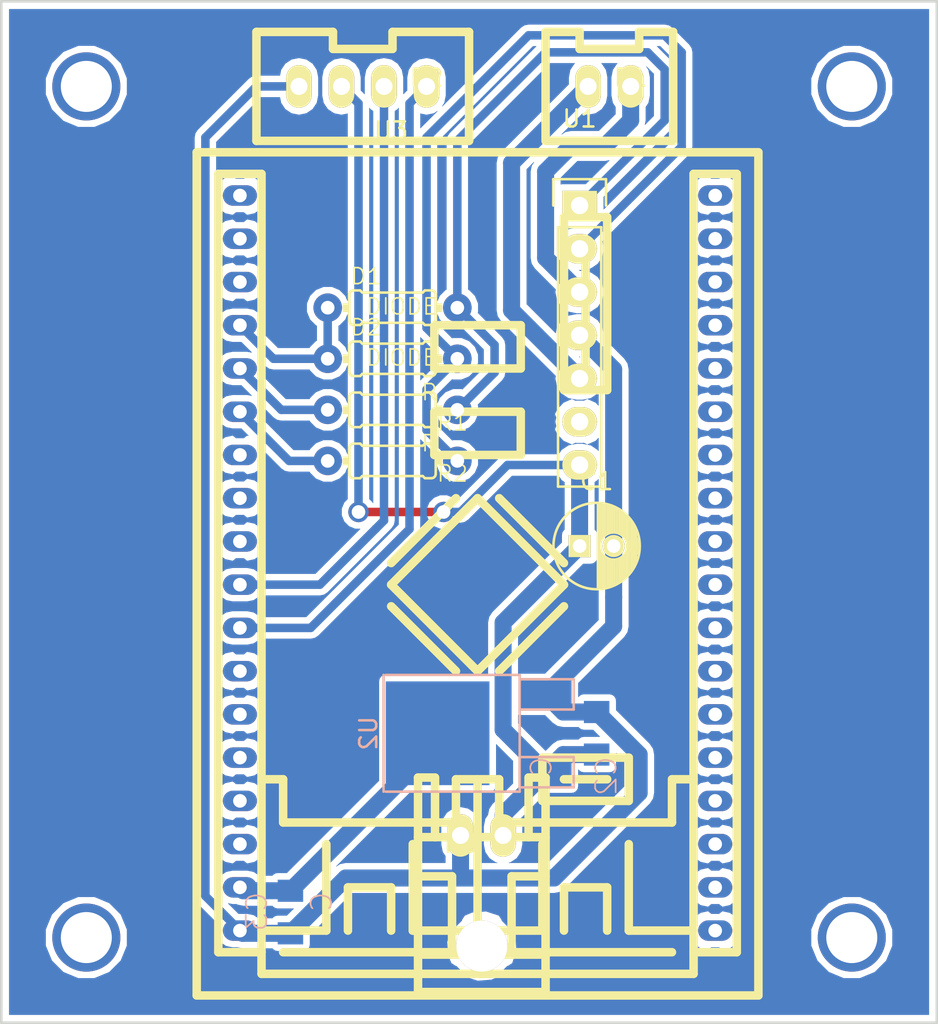
<source format=kicad_pcb>
(kicad_pcb (version 4) (host pcbnew 4.0.4-stable)

  (general
    (links 26)
    (no_connects 1)
    (area -10.075001 -0.075001 45.075001 60.075001)
    (thickness 1.6)
    (drawings 4)
    (tracks 88)
    (zones 0)
    (modules 13)
    (nets 13)
  )

  (page A4)
  (layers
    (0 F.Cu signal)
    (31 B.Cu signal)
    (32 B.Adhes user)
    (33 F.Adhes user)
    (34 B.Paste user)
    (35 F.Paste user)
    (36 B.SilkS user)
    (37 F.SilkS user)
    (38 B.Mask user)
    (39 F.Mask user)
    (40 Dwgs.User user)
    (41 Cmts.User user)
    (42 Eco1.User user)
    (43 Eco2.User user)
    (44 Edge.Cuts user)
    (45 Margin user)
    (46 B.CrtYd user)
    (47 F.CrtYd user)
    (48 B.Fab user)
    (49 F.Fab user)
  )

  (setup
    (last_trace_width 0.25)
    (user_trace_width 0.5)
    (user_trace_width 1)
    (trace_clearance 0.2)
    (zone_clearance 0.38)
    (zone_45_only no)
    (trace_min 0.2)
    (segment_width 0.2)
    (edge_width 0.15)
    (via_size 0.6)
    (via_drill 0.4)
    (via_min_size 0.4)
    (via_min_drill 0.3)
    (user_via 1.2 0.8)
    (user_via 4 3)
    (uvia_size 0.3)
    (uvia_drill 0.1)
    (uvias_allowed no)
    (uvia_min_size 0.2)
    (uvia_min_drill 0.1)
    (pcb_text_width 0.3)
    (pcb_text_size 1.5 1.5)
    (mod_edge_width 0.15)
    (mod_text_size 1 1)
    (mod_text_width 0.15)
    (pad_size 1.524 1.524)
    (pad_drill 0.762)
    (pad_to_mask_clearance 0.2)
    (aux_axis_origin 0 0)
    (visible_elements 7FFFFFFF)
    (pcbplotparams
      (layerselection 0x01000_80000000)
      (usegerberextensions false)
      (excludeedgelayer true)
      (linewidth 0.100000)
      (plotframeref false)
      (viasonmask false)
      (mode 1)
      (useauxorigin false)
      (hpglpennumber 1)
      (hpglpenspeed 20)
      (hpglpendiameter 15)
      (hpglpenoverlay 2)
      (psnegative false)
      (psa4output false)
      (plotreference true)
      (plotvalue true)
      (plotinvisibletext false)
      (padsonsilk false)
      (subtractmaskfromsilk false)
      (outputformat 1)
      (mirror false)
      (drillshape 0)
      (scaleselection 1)
      (outputdirectory ""))
  )

  (net 0 "")
  (net 1 +BATT)
  (net 2 GND)
  (net 3 +3.3V)
  (net 4 /PWM)
  (net 5 "Net-(D1-Pad2)")
  (net 6 /OUT_A)
  (net 7 /OUT_B)
  (net 8 /ENC_B)
  (net 9 /ENC_A)
  (net 10 /IN_A)
  (net 11 /IN_B)
  (net 12 "Net-(D2-Pad2)")

  (net_class Default "これは標準のネット クラスです。"
    (clearance 0.2)
    (trace_width 0.25)
    (via_dia 0.6)
    (via_drill 0.4)
    (uvia_dia 0.3)
    (uvia_drill 0.1)
    (add_net +3.3V)
    (add_net +BATT)
    (add_net /ENC_A)
    (add_net /ENC_B)
    (add_net /IN_A)
    (add_net /IN_B)
    (add_net /OUT_A)
    (add_net /OUT_B)
    (add_net /PWM)
    (add_net GND)
    (add_net "Net-(D1-Pad2)")
    (add_net "Net-(D2-Pad2)")
  )

  (module Capacitors_ThroughHole:C_Radial_D5_L11_P2 (layer F.Cu) (tedit 0) (tstamp 57ECDB6E)
    (at 24 32)
    (descr "Radial Electrolytic Capacitor 5mm x Length 11mm, Pitch 2mm")
    (tags "Electrolytic Capacitor")
    (path /57ECF062)
    (fp_text reference C1 (at 1 -3.8) (layer F.SilkS)
      (effects (font (size 1 1) (thickness 0.15)))
    )
    (fp_text value C (at 1 3.8) (layer F.Fab)
      (effects (font (size 1 1) (thickness 0.15)))
    )
    (fp_line (start 1.075 -2.499) (end 1.075 2.499) (layer F.SilkS) (width 0.15))
    (fp_line (start 1.215 -2.491) (end 1.215 -0.154) (layer F.SilkS) (width 0.15))
    (fp_line (start 1.215 0.154) (end 1.215 2.491) (layer F.SilkS) (width 0.15))
    (fp_line (start 1.355 -2.475) (end 1.355 -0.473) (layer F.SilkS) (width 0.15))
    (fp_line (start 1.355 0.473) (end 1.355 2.475) (layer F.SilkS) (width 0.15))
    (fp_line (start 1.495 -2.451) (end 1.495 -0.62) (layer F.SilkS) (width 0.15))
    (fp_line (start 1.495 0.62) (end 1.495 2.451) (layer F.SilkS) (width 0.15))
    (fp_line (start 1.635 -2.418) (end 1.635 -0.712) (layer F.SilkS) (width 0.15))
    (fp_line (start 1.635 0.712) (end 1.635 2.418) (layer F.SilkS) (width 0.15))
    (fp_line (start 1.775 -2.377) (end 1.775 -0.768) (layer F.SilkS) (width 0.15))
    (fp_line (start 1.775 0.768) (end 1.775 2.377) (layer F.SilkS) (width 0.15))
    (fp_line (start 1.915 -2.327) (end 1.915 -0.795) (layer F.SilkS) (width 0.15))
    (fp_line (start 1.915 0.795) (end 1.915 2.327) (layer F.SilkS) (width 0.15))
    (fp_line (start 2.055 -2.266) (end 2.055 -0.798) (layer F.SilkS) (width 0.15))
    (fp_line (start 2.055 0.798) (end 2.055 2.266) (layer F.SilkS) (width 0.15))
    (fp_line (start 2.195 -2.196) (end 2.195 -0.776) (layer F.SilkS) (width 0.15))
    (fp_line (start 2.195 0.776) (end 2.195 2.196) (layer F.SilkS) (width 0.15))
    (fp_line (start 2.335 -2.114) (end 2.335 -0.726) (layer F.SilkS) (width 0.15))
    (fp_line (start 2.335 0.726) (end 2.335 2.114) (layer F.SilkS) (width 0.15))
    (fp_line (start 2.475 -2.019) (end 2.475 -0.644) (layer F.SilkS) (width 0.15))
    (fp_line (start 2.475 0.644) (end 2.475 2.019) (layer F.SilkS) (width 0.15))
    (fp_line (start 2.615 -1.908) (end 2.615 -0.512) (layer F.SilkS) (width 0.15))
    (fp_line (start 2.615 0.512) (end 2.615 1.908) (layer F.SilkS) (width 0.15))
    (fp_line (start 2.755 -1.78) (end 2.755 -0.265) (layer F.SilkS) (width 0.15))
    (fp_line (start 2.755 0.265) (end 2.755 1.78) (layer F.SilkS) (width 0.15))
    (fp_line (start 2.895 -1.631) (end 2.895 1.631) (layer F.SilkS) (width 0.15))
    (fp_line (start 3.035 -1.452) (end 3.035 1.452) (layer F.SilkS) (width 0.15))
    (fp_line (start 3.175 -1.233) (end 3.175 1.233) (layer F.SilkS) (width 0.15))
    (fp_line (start 3.315 -0.944) (end 3.315 0.944) (layer F.SilkS) (width 0.15))
    (fp_line (start 3.455 -0.472) (end 3.455 0.472) (layer F.SilkS) (width 0.15))
    (fp_circle (center 2 0) (end 2 -0.8) (layer F.SilkS) (width 0.15))
    (fp_circle (center 1 0) (end 1 -2.5375) (layer F.SilkS) (width 0.15))
    (fp_circle (center 1 0) (end 1 -2.8) (layer F.CrtYd) (width 0.05))
    (pad 1 thru_hole rect (at 0 0) (size 1.3 1.3) (drill 0.8) (layers *.Cu *.Mask F.SilkS)
      (net 1 +BATT))
    (pad 2 thru_hole circle (at 2 0) (size 1.3 1.3) (drill 0.8) (layers *.Cu *.Mask F.SilkS)
      (net 2 GND))
    (model Capacitors_ThroughHole.3dshapes/C_Radial_D5_L11_P2.wrl
      (at (xyz 0 0 0))
      (scale (xyz 1 1 1))
      (rotate (xyz 0 0 0))
    )
  )

  (module RP_KiCAD_Libs:C2012 (layer B.Cu) (tedit 0) (tstamp 57ECDB74)
    (at 25 43 90)
    (descr <b>CAPACITOR</b>)
    (path /57ECC1CA)
    (fp_text reference C2 (at -1.27 1.27 90) (layer B.SilkS)
      (effects (font (size 1.2065 1.2065) (thickness 0.1016)) (justify left bottom mirror))
    )
    (fp_text value C (at -1.27 -2.54 90) (layer B.SilkS)
      (effects (font (size 1.2065 1.2065) (thickness 0.1016)) (justify left bottom mirror))
    )
    (fp_line (start -0.381 0.66) (end 0.381 0.66) (layer Dwgs.User) (width 0.1016))
    (fp_line (start -0.356 -0.66) (end 0.381 -0.66) (layer Dwgs.User) (width 0.1016))
    (fp_poly (pts (xy -1.0922 -0.7239) (xy -0.3421 -0.7239) (xy -0.3421 0.7262) (xy -1.0922 0.7262)) (layer Dwgs.User) (width 0))
    (fp_poly (pts (xy 0.3556 -0.7239) (xy 1.1057 -0.7239) (xy 1.1057 0.7262) (xy 0.3556 0.7262)) (layer Dwgs.User) (width 0))
    (fp_poly (pts (xy -0.1001 -0.4001) (xy 0.1001 -0.4001) (xy 0.1001 0.4001) (xy -0.1001 0.4001)) (layer B.Adhes) (width 0))
    (pad 1 smd rect (at -1.25 0 90) (size 1.3 1.5) (layers B.Cu B.Paste B.Mask)
      (net 1 +BATT))
    (pad 2 smd rect (at 1.25 0 90) (size 1.3 1.5) (layers B.Cu B.Paste B.Mask)
      (net 2 GND))
    (model Resistors_SMD.3dshapes/R_0805.wrl
      (at (xyz 0 0 0))
      (scale (xyz 1 1 1))
      (rotate (xyz 0 0 0))
    )
  )

  (module RP_KiCAD_Libs:C2012 (layer B.Cu) (tedit 0) (tstamp 57ECDB7A)
    (at 7 53.5 270)
    (descr <b>CAPACITOR</b>)
    (path /57ECC1FC)
    (fp_text reference C3 (at -1.27 1.27 270) (layer B.SilkS)
      (effects (font (size 1.2065 1.2065) (thickness 0.1016)) (justify left bottom mirror))
    )
    (fp_text value C (at -1.27 -2.54 270) (layer B.SilkS)
      (effects (font (size 1.2065 1.2065) (thickness 0.1016)) (justify left bottom mirror))
    )
    (fp_line (start -0.381 0.66) (end 0.381 0.66) (layer Dwgs.User) (width 0.1016))
    (fp_line (start -0.356 -0.66) (end 0.381 -0.66) (layer Dwgs.User) (width 0.1016))
    (fp_poly (pts (xy -1.0922 -0.7239) (xy -0.3421 -0.7239) (xy -0.3421 0.7262) (xy -1.0922 0.7262)) (layer Dwgs.User) (width 0))
    (fp_poly (pts (xy 0.3556 -0.7239) (xy 1.1057 -0.7239) (xy 1.1057 0.7262) (xy 0.3556 0.7262)) (layer Dwgs.User) (width 0))
    (fp_poly (pts (xy -0.1001 -0.4001) (xy 0.1001 -0.4001) (xy 0.1001 0.4001) (xy -0.1001 0.4001)) (layer B.Adhes) (width 0))
    (pad 1 smd rect (at -1.25 0 270) (size 1.3 1.5) (layers B.Cu B.Paste B.Mask)
      (net 3 +3.3V))
    (pad 2 smd rect (at 1.25 0 270) (size 1.3 1.5) (layers B.Cu B.Paste B.Mask)
      (net 2 GND))
    (model Resistors_SMD.3dshapes/R_0805.wrl
      (at (xyz 0 0 0))
      (scale (xyz 1 1 1))
      (rotate (xyz 0 0 0))
    )
  )

  (module RP_KiCAD_Connector:XA_2T (layer F.Cu) (tedit 5763B242) (tstamp 57ECDB86)
    (at 27 5 180)
    (path /57ECEA47)
    (fp_text reference P1 (at 0 0.5 180) (layer F.SilkS)
      (effects (font (size 1 1) (thickness 0.15)))
    )
    (fp_text value CONN_01X02 (at 0 -0.5 180) (layer F.Fab)
      (effects (font (size 1 1) (thickness 0.15)))
    )
    (fp_line (start -2.5 3.2) (end -0.5 3.2) (layer F.SilkS) (width 0.5))
    (fp_line (start -0.5 3.2) (end -0.5 2.2) (layer F.SilkS) (width 0.5))
    (fp_line (start -0.5 2.2) (end 3 2.2) (layer F.SilkS) (width 0.5))
    (fp_line (start 3 2.2) (end 3 3.2) (layer F.SilkS) (width 0.5))
    (fp_line (start 3 3.2) (end 5 3.2) (layer F.SilkS) (width 0.5))
    (fp_line (start -2.5 -3.2) (end -2.5 3.2) (layer F.SilkS) (width 0.5))
    (fp_line (start 5 3.2) (end 5 -3.2) (layer F.SilkS) (width 0.5))
    (fp_line (start 5 -3.2) (end -2.5 -3.2) (layer F.SilkS) (width 0.5))
    (pad 2 thru_hole oval (at 0 0 180) (size 1.5 2.5) (drill 1) (layers *.Cu *.Mask F.SilkS)
      (net 6 /OUT_A))
    (pad 1 thru_hole oval (at 2.5 0 180) (size 1.5 2.5) (drill 1) (layers *.Cu *.Mask F.SilkS)
      (net 7 /OUT_B))
    (model conn_XA/XA_2T.wrl
      (at (xyz 0.05 0 0))
      (scale (xyz 4 4 4))
      (rotate (xyz -90 0 0))
    )
  )

  (module RP_KiCAD_Connector:XA_4T (layer F.Cu) (tedit 5763BB94) (tstamp 57ECDB8E)
    (at 15 5 180)
    (path /57ECEB32)
    (fp_text reference P2 (at 0 0.5 180) (layer F.SilkS)
      (effects (font (size 1 1) (thickness 0.15)))
    )
    (fp_text value CONN_01X04 (at 0 -0.5 180) (layer F.Fab)
      (effects (font (size 1 1) (thickness 0.15)))
    )
    (fp_line (start -2.5 3.2) (end 2 3.2) (layer F.SilkS) (width 0.5))
    (fp_line (start 2 3.2) (end 2 2.2) (layer F.SilkS) (width 0.5))
    (fp_line (start 2 2.2) (end 5.5 2.2) (layer F.SilkS) (width 0.5))
    (fp_line (start 5.5 2.2) (end 5.5 3.2) (layer F.SilkS) (width 0.5))
    (fp_line (start 5.5 3.2) (end 10 3.2) (layer F.SilkS) (width 0.5))
    (fp_line (start 10 -3.2) (end -2.5 -3.2) (layer F.SilkS) (width 0.5))
    (fp_line (start 10 3.2) (end 10 -3.2) (layer F.SilkS) (width 0.5))
    (fp_line (start -2.5 -3.2) (end -2.5 3.2) (layer F.SilkS) (width 0.5))
    (pad 4 thru_hole oval (at 0 0 180) (size 1.5 2.5) (drill 1) (layers *.Cu *.Mask F.SilkS)
      (net 8 /ENC_B))
    (pad 3 thru_hole oval (at 2.5 0 180) (size 1.5 2.5) (drill 1) (layers *.Cu *.Mask F.SilkS)
      (net 9 /ENC_A))
    (pad 2 thru_hole oval (at 5 0 180) (size 1.5 2.5) (drill 1) (layers *.Cu *.Mask F.SilkS)
      (net 1 +BATT))
    (pad 1 thru_hole oval (at 7.5 0 180) (size 1.5 2.5) (drill 1) (layers *.Cu *.Mask F.SilkS)
      (net 2 GND))
    (model conn_XA/XA_4T.wrl
      (at (xyz 0.15 0 0))
      (scale (xyz 3.95 3.95 3.95))
      (rotate (xyz -90 0 0))
    )
  )

  (module Pin_Headers:Pin_Header_Straight_1x07 (layer F.Cu) (tedit 0) (tstamp 57ECDBA5)
    (at 24 12)
    (descr "Through hole pin header")
    (tags "pin header")
    (path /57ECCE7F)
    (fp_text reference U1 (at 0 -5.1) (layer F.SilkS)
      (effects (font (size 1 1) (thickness 0.15)))
    )
    (fp_text value TA8428K (at 0 -3.1) (layer F.Fab)
      (effects (font (size 1 1) (thickness 0.15)))
    )
    (fp_line (start -1.75 -1.75) (end -1.75 17) (layer F.CrtYd) (width 0.05))
    (fp_line (start 1.75 -1.75) (end 1.75 17) (layer F.CrtYd) (width 0.05))
    (fp_line (start -1.75 -1.75) (end 1.75 -1.75) (layer F.CrtYd) (width 0.05))
    (fp_line (start -1.75 17) (end 1.75 17) (layer F.CrtYd) (width 0.05))
    (fp_line (start 1.27 1.27) (end 1.27 16.51) (layer F.SilkS) (width 0.15))
    (fp_line (start 1.27 16.51) (end -1.27 16.51) (layer F.SilkS) (width 0.15))
    (fp_line (start -1.27 16.51) (end -1.27 1.27) (layer F.SilkS) (width 0.15))
    (fp_line (start 1.55 -1.55) (end 1.55 0) (layer F.SilkS) (width 0.15))
    (fp_line (start 1.27 1.27) (end -1.27 1.27) (layer F.SilkS) (width 0.15))
    (fp_line (start -1.55 0) (end -1.55 -1.55) (layer F.SilkS) (width 0.15))
    (fp_line (start -1.55 -1.55) (end 1.55 -1.55) (layer F.SilkS) (width 0.15))
    (pad 1 thru_hole rect (at 0 0) (size 2.032 1.7272) (drill 1.016) (layers *.Cu *.Mask F.SilkS)
      (net 5 "Net-(D1-Pad2)"))
    (pad 2 thru_hole oval (at 0 2.54) (size 2.032 1.7272) (drill 1.016) (layers *.Cu *.Mask F.SilkS)
      (net 12 "Net-(D2-Pad2)"))
    (pad 3 thru_hole oval (at 0 5.08) (size 2.032 1.7272) (drill 1.016) (layers *.Cu *.Mask F.SilkS)
      (net 6 /OUT_A))
    (pad 4 thru_hole oval (at 0 7.62) (size 2.032 1.7272) (drill 1.016) (layers *.Cu *.Mask F.SilkS)
      (net 2 GND))
    (pad 5 thru_hole oval (at 0 10.16) (size 2.032 1.7272) (drill 1.016) (layers *.Cu *.Mask F.SilkS)
      (net 7 /OUT_B))
    (pad 6 thru_hole oval (at 0 12.7) (size 2.032 1.7272) (drill 1.016) (layers *.Cu *.Mask F.SilkS))
    (pad 7 thru_hole oval (at 0 15.24) (size 2.032 1.7272) (drill 1.016) (layers *.Cu *.Mask F.SilkS)
      (net 1 +BATT))
    (model Pin_Headers.3dshapes/Pin_Header_Straight_1x07.wrl
      (at (xyz 0 -0.3 0))
      (scale (xyz 1 1 1))
      (rotate (xyz 0 0 90))
    )
  )

  (module TO_SOT_Packages_SMD:TO-252-2Lead (layer B.Cu) (tedit 0) (tstamp 57ECDBAC)
    (at 22 43 270)
    (descr "DPAK / TO-252 2-lead smd package")
    (tags "dpak TO-252")
    (path /57ECC16B)
    (attr smd)
    (fp_text reference U2 (at 0 10.414 270) (layer B.SilkS)
      (effects (font (size 1 1) (thickness 0.15)) (justify mirror))
    )
    (fp_text value NCP1117ST33T3G (at 0 2.413 270) (layer B.Fab)
      (effects (font (size 1 1) (thickness 0.15)) (justify mirror))
    )
    (fp_line (start 1.397 1.524) (end 1.397 -1.651) (layer B.SilkS) (width 0.15))
    (fp_line (start 1.397 -1.651) (end 3.175 -1.651) (layer B.SilkS) (width 0.15))
    (fp_line (start 3.175 -1.651) (end 3.175 1.524) (layer B.SilkS) (width 0.15))
    (fp_line (start -3.175 1.524) (end -3.175 -1.651) (layer B.SilkS) (width 0.15))
    (fp_line (start -3.175 -1.651) (end -1.397 -1.651) (layer B.SilkS) (width 0.15))
    (fp_line (start -1.397 -1.651) (end -1.397 1.524) (layer B.SilkS) (width 0.15))
    (fp_line (start 3.429 7.62) (end 3.429 1.524) (layer B.SilkS) (width 0.15))
    (fp_line (start 3.429 1.524) (end -3.429 1.524) (layer B.SilkS) (width 0.15))
    (fp_line (start -3.429 1.524) (end -3.429 9.398) (layer B.SilkS) (width 0.15))
    (fp_line (start -3.429 9.525) (end 3.429 9.525) (layer B.SilkS) (width 0.15))
    (fp_line (start 3.429 9.398) (end 3.429 7.62) (layer B.SilkS) (width 0.15))
    (pad 1 smd rect (at -2.286 0 270) (size 1.651 3.048) (layers B.Cu B.Paste B.Mask)
      (net 2 GND))
    (pad 2 smd rect (at 0 6.35 270) (size 6.096 6.096) (layers B.Cu B.Paste B.Mask)
      (net 3 +3.3V))
    (pad 3 smd rect (at 2.286 0 270) (size 1.651 3.048) (layers B.Cu B.Paste B.Mask)
      (net 1 +BATT))
    (model TO_SOT_Packages_SMD.3dshapes/TO-252-2Lead.wrl
      (at (xyz 0 0 0))
      (scale (xyz 1 1 1))
      (rotate (xyz 0 0 0))
    )
  )

  (module RP_KiCAD_Libs:F103_mini (layer F.Cu) (tedit 57ECAF8A) (tstamp 57ECDC17)
    (at 18 33)
    (path /57ECC0BC)
    (fp_text reference U3 (at -5.08 -25.4) (layer F.SilkS)
      (effects (font (size 1 1) (thickness 0.15)))
    )
    (fp_text value F103_mini (at 3.81 -25.4) (layer F.Fab)
      (effects (font (size 1 1) (thickness 0.15)))
    )
    (fp_line (start 0 24.13) (end 12.7 24.13) (layer F.SilkS) (width 0.5))
    (fp_line (start -12.7 24.13) (end 0 24.13) (layer F.SilkS) (width 0.5))
    (fp_line (start 1.27 22.86) (end 11.43 22.86) (layer F.SilkS) (width 0.5))
    (fp_line (start 6.35 -19.05) (end 6.35 -11.43) (layer F.SilkS) (width 0.5))
    (fp_line (start 5.08 12.7) (end 7.62 12.7) (layer F.SilkS) (width 0.5))
    (fp_line (start 3.81 11.43) (end 3.81 13.97) (layer F.SilkS) (width 0.5))
    (fp_line (start 3.81 13.97) (end 8.89 13.97) (layer F.SilkS) (width 0.5))
    (fp_line (start 8.89 13.97) (end 8.89 11.43) (layer F.SilkS) (width 0.5))
    (fp_line (start 8.89 11.43) (end 3.81 11.43) (layer F.SilkS) (width 0.5))
    (fp_line (start -2.54 -11.43) (end 2.54 -11.43) (layer F.SilkS) (width 0.5))
    (fp_line (start 2.54 -11.43) (end 2.54 -13.97) (layer F.SilkS) (width 0.5))
    (fp_line (start 2.54 -13.97) (end -2.54 -13.97) (layer F.SilkS) (width 0.5))
    (fp_line (start -2.54 -13.97) (end -2.54 -11.43) (layer F.SilkS) (width 0.5))
    (fp_line (start -2.54 -8.89) (end 2.54 -8.89) (layer F.SilkS) (width 0.5))
    (fp_line (start 2.54 -8.89) (end 2.54 -6.35) (layer F.SilkS) (width 0.5))
    (fp_line (start 2.54 -6.35) (end -2.54 -6.35) (layer F.SilkS) (width 0.5))
    (fp_line (start -2.54 -6.35) (end -2.54 -8.89) (layer F.SilkS) (width 0.5))
    (fp_line (start 5.08 -10.16) (end 7.62 -10.16) (layer F.SilkS) (width 0.5))
    (fp_line (start 7.62 -10.16) (end 7.62 -20.32) (layer F.SilkS) (width 0.5))
    (fp_line (start 7.62 -20.32) (end 5.08 -20.32) (layer F.SilkS) (width 0.5))
    (fp_line (start 5.08 -10.16) (end 5.08 -20.32) (layer F.SilkS) (width 0.5))
    (fp_line (start -5.08 0) (end -1.27 -3.81) (layer F.SilkS) (width 0.5))
    (fp_line (start 5.08 2.54) (end 1.27 6.35) (layer F.SilkS) (width 0.5))
    (fp_line (start 1.27 -3.81) (end 5.08 0) (layer F.SilkS) (width 0.5))
    (fp_line (start -5.08 1.27) (end 0 -3.81) (layer F.SilkS) (width 0.5))
    (fp_line (start -5.08 2.54) (end -1.27 6.35) (layer F.SilkS) (width 0.5))
    (fp_line (start -5.08 1.27) (end 0 6.35) (layer F.SilkS) (width 0.5))
    (fp_line (start 0 6.35) (end 5.08 1.27) (layer F.SilkS) (width 0.5))
    (fp_line (start 5.08 1.27) (end 0 -3.81) (layer F.SilkS) (width 0.5))
    (fp_line (start -11.43 22.86) (end -1.27 22.86) (layer F.SilkS) (width 0.5))
    (fp_line (start 5.08 21.59) (end 5.08 19.05) (layer F.SilkS) (width 0.5))
    (fp_line (start 5.08 19.05) (end 7.62 19.05) (layer F.SilkS) (width 0.5))
    (fp_line (start 7.62 19.05) (end 7.62 21.59) (layer F.SilkS) (width 0.5))
    (fp_line (start -7.62 21.59) (end -7.62 19.05) (layer F.SilkS) (width 0.5))
    (fp_line (start -7.62 19.05) (end -5.08 19.05) (layer F.SilkS) (width 0.5))
    (fp_line (start -5.08 19.05) (end -5.08 21.59) (layer F.SilkS) (width 0.5))
    (fp_line (start 8.89 21.59) (end 12.7 21.59) (layer F.SilkS) (width 0.5))
    (fp_line (start 8.89 16.51) (end 8.89 21.59) (layer F.SilkS) (width 0.5))
    (fp_line (start 3.81 16.51) (end 3.81 21.59) (layer F.SilkS) (width 0.5))
    (fp_line (start 3.81 21.59) (end -3.81 21.59) (layer F.SilkS) (width 0.5))
    (fp_line (start -3.81 21.59) (end -3.81 16.51) (layer F.SilkS) (width 0.5))
    (fp_line (start -8.89 16.51) (end -8.89 21.59) (layer F.SilkS) (width 0.5))
    (fp_line (start -8.89 21.59) (end -12.7 21.59) (layer F.SilkS) (width 0.5))
    (fp_line (start 12.7 22.86) (end 12.7 24.13) (layer F.SilkS) (width 0.5))
    (fp_line (start 1.27 12.7) (end 1.27 15.24) (layer F.SilkS) (width 0.5))
    (fp_line (start 0 12.7) (end 0 24.13) (layer F.SilkS) (width 0.5))
    (fp_line (start -1.27 12.7) (end -1.27 15.24) (layer F.SilkS) (width 0.5))
    (fp_line (start -12.7 22.86) (end -12.7 24.13) (layer F.SilkS) (width 0.5))
    (fp_line (start -1.27 15.24) (end -11.43 15.24) (layer F.SilkS) (width 0.5))
    (fp_line (start -11.43 15.24) (end -11.43 12.7) (layer F.SilkS) (width 0.5))
    (fp_line (start -11.43 12.7) (end -12.7 12.7) (layer F.SilkS) (width 0.5))
    (fp_line (start 11.43 12.7) (end 12.7 12.7) (layer F.SilkS) (width 0.5))
    (fp_line (start 11.43 12.7) (end 11.43 15.24) (layer F.SilkS) (width 0.5))
    (fp_line (start 1.27 15.24) (end 11.43 15.24) (layer F.SilkS) (width 0.5))
    (fp_line (start -1.27 12.7) (end 1.27 12.7) (layer F.SilkS) (width 0.5))
    (fp_line (start 12.7 -22.86) (end 15.24 -22.86) (layer F.SilkS) (width 0.5))
    (fp_line (start 15.24 -22.86) (end 15.24 22.86) (layer F.SilkS) (width 0.5))
    (fp_line (start 15.24 22.86) (end 12.7 22.86) (layer F.SilkS) (width 0.5))
    (fp_line (start 12.7 22.86) (end 12.7 -22.86) (layer F.SilkS) (width 0.5))
    (fp_line (start -15.24 -22.86) (end -12.7 -22.86) (layer F.SilkS) (width 0.5))
    (fp_line (start -12.7 -22.86) (end -12.7 22.86) (layer F.SilkS) (width 0.5))
    (fp_line (start -12.7 22.86) (end -15.24 22.86) (layer F.SilkS) (width 0.5))
    (fp_line (start -15.24 22.86) (end -15.24 -22.86) (layer F.SilkS) (width 0.5))
    (fp_line (start 16.51 -24.13) (end 16.51 25.4) (layer F.SilkS) (width 0.5))
    (fp_line (start 16.51 25.4) (end -16.51 25.4) (layer F.SilkS) (width 0.5))
    (fp_line (start -16.51 25.4) (end -16.51 -24.13) (layer F.SilkS) (width 0.5))
    (fp_line (start -16.51 -24.13) (end 16.51 -24.13) (layer F.SilkS) (width 0.5))
    (pad 1 thru_hole oval (at -13.97 -21.59) (size 2 1.2) (drill 0.8) (layers *.Cu *.Mask))
    (pad 2 thru_hole oval (at -13.97 -19.05) (size 2 1.2) (drill 0.8) (layers *.Cu *.Mask))
    (pad 3 thru_hole oval (at -13.97 -16.51) (size 2 1.2) (drill 0.8) (layers *.Cu *.Mask))
    (pad 4 thru_hole oval (at -13.97 -13.97) (size 2 1.2) (drill 0.8) (layers *.Cu *.Mask)
      (net 4 /PWM))
    (pad 5 thru_hole oval (at -13.97 -11.43) (size 2 1.2) (drill 0.8) (layers *.Cu *.Mask)
      (net 10 /IN_A))
    (pad 6 thru_hole oval (at -13.97 -8.89) (size 2 1.2) (drill 0.8) (layers *.Cu *.Mask)
      (net 11 /IN_B))
    (pad 7 thru_hole oval (at -13.97 -6.35) (size 2 1.2) (drill 0.8) (layers *.Cu *.Mask))
    (pad 8 thru_hole oval (at -13.97 -3.81) (size 2 1.2) (drill 0.8) (layers *.Cu *.Mask))
    (pad 9 thru_hole oval (at -13.97 -1.27) (size 2 1.2) (drill 0.8) (layers *.Cu *.Mask))
    (pad 10 thru_hole oval (at -13.97 1.27) (size 2 1.2) (drill 0.8) (layers *.Cu *.Mask)
      (net 9 /ENC_A))
    (pad 11 thru_hole oval (at -13.97 3.81) (size 2 1.2) (drill 0.8) (layers *.Cu *.Mask)
      (net 8 /ENC_B))
    (pad 12 thru_hole oval (at -13.97 6.35) (size 2 1.2) (drill 0.8) (layers *.Cu *.Mask))
    (pad 13 thru_hole oval (at -13.97 8.89) (size 2 1.2) (drill 0.8) (layers *.Cu *.Mask))
    (pad 14 thru_hole oval (at -13.97 11.43) (size 2 1.2) (drill 0.8) (layers *.Cu *.Mask))
    (pad 15 thru_hole oval (at -13.97 13.97) (size 2 1.2) (drill 0.8) (layers *.Cu *.Mask))
    (pad 16 thru_hole oval (at -13.97 16.51) (size 2 1.2) (drill 0.8) (layers *.Cu *.Mask))
    (pad 17 thru_hole oval (at -13.97 19.05) (size 2 1.2) (drill 0.8) (layers *.Cu *.Mask)
      (net 3 +3.3V))
    (pad 18 thru_hole oval (at -13.97 21.59) (size 2 1.2) (drill 0.8) (layers *.Cu *.Mask)
      (net 2 GND))
    (pad 19 thru_hole oval (at 13.97 21.59) (size 2 1.2) (drill 0.8) (layers *.Cu *.Mask))
    (pad 20 thru_hole oval (at 13.97 19.05) (size 2 1.2) (drill 0.8) (layers *.Cu *.Mask))
    (pad 21 thru_hole oval (at 13.97 16.51) (size 2 1.2) (drill 0.8) (layers *.Cu *.Mask))
    (pad 22 thru_hole oval (at 13.97 13.97) (size 2 1.2) (drill 0.8) (layers *.Cu *.Mask))
    (pad 23 thru_hole oval (at 13.97 11.43) (size 2 1.2) (drill 0.8) (layers *.Cu *.Mask))
    (pad 24 thru_hole oval (at 13.97 8.89) (size 2 1.2) (drill 0.8) (layers *.Cu *.Mask))
    (pad 25 thru_hole oval (at 13.97 6.35) (size 2 1.2) (drill 0.8) (layers *.Cu *.Mask))
    (pad 26 thru_hole oval (at 13.97 3.81) (size 2 1.2) (drill 0.8) (layers *.Cu *.Mask))
    (pad 27 thru_hole oval (at 13.97 1.27) (size 2 1.2) (drill 0.8) (layers *.Cu *.Mask))
    (pad 28 thru_hole oval (at 13.97 -1.27) (size 2 1.2) (drill 0.8) (layers *.Cu *.Mask))
    (pad 29 thru_hole oval (at 13.97 -3.81) (size 2 1.2) (drill 0.8) (layers *.Cu *.Mask))
    (pad 30 thru_hole oval (at 13.97 -6.35) (size 2 1.2) (drill 0.8) (layers *.Cu *.Mask))
    (pad 31 thru_hole oval (at 13.97 -8.89) (size 2 1.2) (drill 0.8) (layers *.Cu *.Mask))
    (pad 32 thru_hole oval (at 13.97 -11.43) (size 2 1.2) (drill 0.8) (layers *.Cu *.Mask))
    (pad 33 thru_hole oval (at 13.97 -13.97) (size 2 1.2) (drill 0.8) (layers *.Cu *.Mask))
    (pad 34 thru_hole oval (at 13.97 -16.51) (size 2 1.2) (drill 0.8) (layers *.Cu *.Mask))
    (pad 35 thru_hole oval (at 13.97 -19.05) (size 2 1.2) (drill 0.8) (layers *.Cu *.Mask))
    (pad 36 thru_hole oval (at 13.97 -21.59) (size 2 1.2) (drill 0.8) (layers *.Cu *.Mask))
  )

  (module RP_KiCAD_Libs:0204_2f7 (layer F.Cu) (tedit 0) (tstamp 57ECE11B)
    (at 13 18)
    (descr "<b>RESISTOR</b><p>\ntype 0204, grid 7.5 mm")
    (path /57ECDA6B)
    (fp_text reference D1 (at -2.54 -1.2954) (layer F.SilkS)
      (effects (font (size 0.94107 0.94107) (thickness 0.09906)) (justify left bottom))
    )
    (fp_text value DIODE (at -1.6256 0.4826) (layer F.SilkS)
      (effects (font (size 0.94107 0.94107) (thickness 0.09906)) (justify left bottom))
    )
    (fp_line (start 3.81 0) (end 2.921 0) (layer Dwgs.User) (width 0.508))
    (fp_line (start -3.81 0) (end -2.921 0) (layer Dwgs.User) (width 0.508))
    (fp_arc (start -2.286 -0.762) (end -2.54 -0.762) (angle 90) (layer F.SilkS) (width 0.1524))
    (fp_arc (start -2.286 0.762) (end -2.54 0.762) (angle -90) (layer F.SilkS) (width 0.1524))
    (fp_arc (start 2.286 0.762) (end 2.286 1.016) (angle -90) (layer F.SilkS) (width 0.1524))
    (fp_arc (start 2.286 -0.762) (end 2.286 -1.016) (angle 90) (layer F.SilkS) (width 0.1524))
    (fp_line (start -2.54 0.762) (end -2.54 -0.762) (layer F.SilkS) (width 0.1524))
    (fp_line (start -2.286 -1.016) (end -1.905 -1.016) (layer F.SilkS) (width 0.1524))
    (fp_line (start -1.778 -0.889) (end -1.905 -1.016) (layer F.SilkS) (width 0.1524))
    (fp_line (start -2.286 1.016) (end -1.905 1.016) (layer F.SilkS) (width 0.1524))
    (fp_line (start -1.778 0.889) (end -1.905 1.016) (layer F.SilkS) (width 0.1524))
    (fp_line (start 1.778 -0.889) (end 1.905 -1.016) (layer F.SilkS) (width 0.1524))
    (fp_line (start 1.778 -0.889) (end -1.778 -0.889) (layer F.SilkS) (width 0.1524))
    (fp_line (start 1.778 0.889) (end 1.905 1.016) (layer F.SilkS) (width 0.1524))
    (fp_line (start 1.778 0.889) (end -1.778 0.889) (layer F.SilkS) (width 0.1524))
    (fp_line (start 2.286 -1.016) (end 1.905 -1.016) (layer F.SilkS) (width 0.1524))
    (fp_line (start 2.286 1.016) (end 1.905 1.016) (layer F.SilkS) (width 0.1524))
    (fp_line (start 2.54 0.762) (end 2.54 -0.762) (layer F.SilkS) (width 0.1524))
    (fp_poly (pts (xy 2.54 0.254) (xy 2.921 0.254) (xy 2.921 -0.254) (xy 2.54 -0.254)) (layer F.SilkS) (width 0))
    (fp_poly (pts (xy -2.921 0.254) (xy -2.54 0.254) (xy -2.54 -0.254) (xy -2.921 -0.254)) (layer F.SilkS) (width 0))
    (pad 1 thru_hole circle (at -3.81 0) (size 1.6764 1.6764) (drill 0.8) (layers *.Cu *.Mask)
      (net 4 /PWM))
    (pad 2 thru_hole circle (at 3.81 0) (size 1.6764 1.6764) (drill 0.8) (layers *.Cu *.Mask)
      (net 5 "Net-(D1-Pad2)"))
    (model discret/resistors/horizontal/r_h_820R.wrl
      (at (xyz 0 0 0))
      (scale (xyz 0.3 0.3 0.3))
      (rotate (xyz 0 0 0))
    )
  )

  (module RP_KiCAD_Libs:0204_2f7 (layer F.Cu) (tedit 0) (tstamp 57ECE120)
    (at 13 21)
    (descr "<b>RESISTOR</b><p>\ntype 0204, grid 7.5 mm")
    (path /57ECF794)
    (fp_text reference D2 (at -2.54 -1.2954) (layer F.SilkS)
      (effects (font (size 0.94107 0.94107) (thickness 0.09906)) (justify left bottom))
    )
    (fp_text value DIODE (at -1.6256 0.4826) (layer F.SilkS)
      (effects (font (size 0.94107 0.94107) (thickness 0.09906)) (justify left bottom))
    )
    (fp_line (start 3.81 0) (end 2.921 0) (layer Dwgs.User) (width 0.508))
    (fp_line (start -3.81 0) (end -2.921 0) (layer Dwgs.User) (width 0.508))
    (fp_arc (start -2.286 -0.762) (end -2.54 -0.762) (angle 90) (layer F.SilkS) (width 0.1524))
    (fp_arc (start -2.286 0.762) (end -2.54 0.762) (angle -90) (layer F.SilkS) (width 0.1524))
    (fp_arc (start 2.286 0.762) (end 2.286 1.016) (angle -90) (layer F.SilkS) (width 0.1524))
    (fp_arc (start 2.286 -0.762) (end 2.286 -1.016) (angle 90) (layer F.SilkS) (width 0.1524))
    (fp_line (start -2.54 0.762) (end -2.54 -0.762) (layer F.SilkS) (width 0.1524))
    (fp_line (start -2.286 -1.016) (end -1.905 -1.016) (layer F.SilkS) (width 0.1524))
    (fp_line (start -1.778 -0.889) (end -1.905 -1.016) (layer F.SilkS) (width 0.1524))
    (fp_line (start -2.286 1.016) (end -1.905 1.016) (layer F.SilkS) (width 0.1524))
    (fp_line (start -1.778 0.889) (end -1.905 1.016) (layer F.SilkS) (width 0.1524))
    (fp_line (start 1.778 -0.889) (end 1.905 -1.016) (layer F.SilkS) (width 0.1524))
    (fp_line (start 1.778 -0.889) (end -1.778 -0.889) (layer F.SilkS) (width 0.1524))
    (fp_line (start 1.778 0.889) (end 1.905 1.016) (layer F.SilkS) (width 0.1524))
    (fp_line (start 1.778 0.889) (end -1.778 0.889) (layer F.SilkS) (width 0.1524))
    (fp_line (start 2.286 -1.016) (end 1.905 -1.016) (layer F.SilkS) (width 0.1524))
    (fp_line (start 2.286 1.016) (end 1.905 1.016) (layer F.SilkS) (width 0.1524))
    (fp_line (start 2.54 0.762) (end 2.54 -0.762) (layer F.SilkS) (width 0.1524))
    (fp_poly (pts (xy 2.54 0.254) (xy 2.921 0.254) (xy 2.921 -0.254) (xy 2.54 -0.254)) (layer F.SilkS) (width 0))
    (fp_poly (pts (xy -2.921 0.254) (xy -2.54 0.254) (xy -2.54 -0.254) (xy -2.921 -0.254)) (layer F.SilkS) (width 0))
    (pad 1 thru_hole circle (at -3.81 0) (size 1.6764 1.6764) (drill 0.8) (layers *.Cu *.Mask)
      (net 4 /PWM))
    (pad 2 thru_hole circle (at 3.81 0) (size 1.6764 1.6764) (drill 0.8) (layers *.Cu *.Mask)
      (net 12 "Net-(D2-Pad2)"))
    (model discret/resistors/horizontal/r_h_820R.wrl
      (at (xyz 0 0 0))
      (scale (xyz 0.3 0.3 0.3))
      (rotate (xyz 0 0 0))
    )
  )

  (module RP_KiCAD_Libs:0204_2f7 (layer F.Cu) (tedit 0) (tstamp 57ECE125)
    (at 13 24 180)
    (descr "<b>RESISTOR</b><p>\ntype 0204, grid 7.5 mm")
    (path /57ECD5C5)
    (fp_text reference R1 (at -2.54 -1.2954 180) (layer F.SilkS)
      (effects (font (size 0.94107 0.94107) (thickness 0.09906)) (justify left bottom))
    )
    (fp_text value R (at -1.6256 0.4826 180) (layer F.SilkS)
      (effects (font (size 0.94107 0.94107) (thickness 0.09906)) (justify left bottom))
    )
    (fp_line (start 3.81 0) (end 2.921 0) (layer Dwgs.User) (width 0.508))
    (fp_line (start -3.81 0) (end -2.921 0) (layer Dwgs.User) (width 0.508))
    (fp_arc (start -2.286 -0.762) (end -2.54 -0.762) (angle 90) (layer F.SilkS) (width 0.1524))
    (fp_arc (start -2.286 0.762) (end -2.54 0.762) (angle -90) (layer F.SilkS) (width 0.1524))
    (fp_arc (start 2.286 0.762) (end 2.286 1.016) (angle -90) (layer F.SilkS) (width 0.1524))
    (fp_arc (start 2.286 -0.762) (end 2.286 -1.016) (angle 90) (layer F.SilkS) (width 0.1524))
    (fp_line (start -2.54 0.762) (end -2.54 -0.762) (layer F.SilkS) (width 0.1524))
    (fp_line (start -2.286 -1.016) (end -1.905 -1.016) (layer F.SilkS) (width 0.1524))
    (fp_line (start -1.778 -0.889) (end -1.905 -1.016) (layer F.SilkS) (width 0.1524))
    (fp_line (start -2.286 1.016) (end -1.905 1.016) (layer F.SilkS) (width 0.1524))
    (fp_line (start -1.778 0.889) (end -1.905 1.016) (layer F.SilkS) (width 0.1524))
    (fp_line (start 1.778 -0.889) (end 1.905 -1.016) (layer F.SilkS) (width 0.1524))
    (fp_line (start 1.778 -0.889) (end -1.778 -0.889) (layer F.SilkS) (width 0.1524))
    (fp_line (start 1.778 0.889) (end 1.905 1.016) (layer F.SilkS) (width 0.1524))
    (fp_line (start 1.778 0.889) (end -1.778 0.889) (layer F.SilkS) (width 0.1524))
    (fp_line (start 2.286 -1.016) (end 1.905 -1.016) (layer F.SilkS) (width 0.1524))
    (fp_line (start 2.286 1.016) (end 1.905 1.016) (layer F.SilkS) (width 0.1524))
    (fp_line (start 2.54 0.762) (end 2.54 -0.762) (layer F.SilkS) (width 0.1524))
    (fp_poly (pts (xy 2.54 0.254) (xy 2.921 0.254) (xy 2.921 -0.254) (xy 2.54 -0.254)) (layer F.SilkS) (width 0))
    (fp_poly (pts (xy -2.921 0.254) (xy -2.54 0.254) (xy -2.54 -0.254) (xy -2.921 -0.254)) (layer F.SilkS) (width 0))
    (pad 1 thru_hole circle (at -3.81 0 180) (size 1.6764 1.6764) (drill 0.8) (layers *.Cu *.Mask)
      (net 5 "Net-(D1-Pad2)"))
    (pad 2 thru_hole circle (at 3.81 0 180) (size 1.6764 1.6764) (drill 0.8) (layers *.Cu *.Mask)
      (net 10 /IN_A))
    (model discret/resistors/horizontal/r_h_820R.wrl
      (at (xyz 0 0 0))
      (scale (xyz 0.3 0.3 0.3))
      (rotate (xyz 0 0 0))
    )
  )

  (module RP_KiCAD_Libs:0204_2f7 (layer F.Cu) (tedit 0) (tstamp 57ECE12A)
    (at 13 27 180)
    (descr "<b>RESISTOR</b><p>\ntype 0204, grid 7.5 mm")
    (path /57ECD4D0)
    (fp_text reference R2 (at -2.54 -1.2954 180) (layer F.SilkS)
      (effects (font (size 0.94107 0.94107) (thickness 0.09906)) (justify left bottom))
    )
    (fp_text value R (at -1.6256 0.4826 180) (layer F.SilkS)
      (effects (font (size 0.94107 0.94107) (thickness 0.09906)) (justify left bottom))
    )
    (fp_line (start 3.81 0) (end 2.921 0) (layer Dwgs.User) (width 0.508))
    (fp_line (start -3.81 0) (end -2.921 0) (layer Dwgs.User) (width 0.508))
    (fp_arc (start -2.286 -0.762) (end -2.54 -0.762) (angle 90) (layer F.SilkS) (width 0.1524))
    (fp_arc (start -2.286 0.762) (end -2.54 0.762) (angle -90) (layer F.SilkS) (width 0.1524))
    (fp_arc (start 2.286 0.762) (end 2.286 1.016) (angle -90) (layer F.SilkS) (width 0.1524))
    (fp_arc (start 2.286 -0.762) (end 2.286 -1.016) (angle 90) (layer F.SilkS) (width 0.1524))
    (fp_line (start -2.54 0.762) (end -2.54 -0.762) (layer F.SilkS) (width 0.1524))
    (fp_line (start -2.286 -1.016) (end -1.905 -1.016) (layer F.SilkS) (width 0.1524))
    (fp_line (start -1.778 -0.889) (end -1.905 -1.016) (layer F.SilkS) (width 0.1524))
    (fp_line (start -2.286 1.016) (end -1.905 1.016) (layer F.SilkS) (width 0.1524))
    (fp_line (start -1.778 0.889) (end -1.905 1.016) (layer F.SilkS) (width 0.1524))
    (fp_line (start 1.778 -0.889) (end 1.905 -1.016) (layer F.SilkS) (width 0.1524))
    (fp_line (start 1.778 -0.889) (end -1.778 -0.889) (layer F.SilkS) (width 0.1524))
    (fp_line (start 1.778 0.889) (end 1.905 1.016) (layer F.SilkS) (width 0.1524))
    (fp_line (start 1.778 0.889) (end -1.778 0.889) (layer F.SilkS) (width 0.1524))
    (fp_line (start 2.286 -1.016) (end 1.905 -1.016) (layer F.SilkS) (width 0.1524))
    (fp_line (start 2.286 1.016) (end 1.905 1.016) (layer F.SilkS) (width 0.1524))
    (fp_line (start 2.54 0.762) (end 2.54 -0.762) (layer F.SilkS) (width 0.1524))
    (fp_poly (pts (xy 2.54 0.254) (xy 2.921 0.254) (xy 2.921 -0.254) (xy 2.54 -0.254)) (layer F.SilkS) (width 0))
    (fp_poly (pts (xy -2.921 0.254) (xy -2.54 0.254) (xy -2.54 -0.254) (xy -2.921 -0.254)) (layer F.SilkS) (width 0))
    (pad 1 thru_hole circle (at -3.81 0 180) (size 1.6764 1.6764) (drill 0.8) (layers *.Cu *.Mask)
      (net 12 "Net-(D2-Pad2)"))
    (pad 2 thru_hole circle (at 3.81 0 180) (size 1.6764 1.6764) (drill 0.8) (layers *.Cu *.Mask)
      (net 11 /IN_B))
    (model discret/resistors/horizontal/r_h_820R.wrl
      (at (xyz 0 0 0))
      (scale (xyz 0.3 0.3 0.3))
      (rotate (xyz 0 0 0))
    )
  )

  (module RP_KiCAD_Connector:XA_2LC (layer F.Cu) (tedit 5763B232) (tstamp 57ECE59B)
    (at 17 49)
    (path /57ECF4ED)
    (fp_text reference P3 (at 0 0.5) (layer F.SilkS)
      (effects (font (size 1 1) (thickness 0.15)))
    )
    (fp_text value CONN_01X02 (at 0 -0.5) (layer F.Fab)
      (effects (font (size 1 1) (thickness 0.15)))
    )
    (fp_line (start -1.5 -3.4) (end -2.5 -3.4) (layer F.SilkS) (width 0.5))
    (fp_line (start 5 -3.4) (end 4 -3.4) (layer F.SilkS) (width 0.5))
    (fp_line (start 4 -3.4) (end 4 0.1) (layer F.SilkS) (width 0.5))
    (fp_line (start -1.5 -3.4) (end -1.5 0.1) (layer F.SilkS) (width 0.5))
    (fp_line (start 3 2.4) (end 5 2.4) (layer F.SilkS) (width 0.5))
    (fp_line (start -0.5 2.4) (end -2.5 2.4) (layer F.SilkS) (width 0.5))
    (fp_line (start 3 2.4) (end 3 7) (layer F.SilkS) (width 0.5))
    (fp_line (start -0.5 2.4) (end -0.5 7) (layer F.SilkS) (width 0.5))
    (fp_line (start -2.5 0.1) (end 5 0.1) (layer F.SilkS) (width 0.5))
    (fp_line (start -2.5 7) (end 5 7) (layer F.SilkS) (width 0.5))
    (fp_line (start -2.5 9.2) (end 5 9.2) (layer F.SilkS) (width 0.5))
    (fp_line (start 5 -3.4) (end 5 9.2) (layer F.SilkS) (width 0.5))
    (fp_line (start -2.5 -3.4) (end -2.5 9.2) (layer F.SilkS) (width 0.5))
    (pad 1 thru_hole oval (at 0 0) (size 1.5 2.5) (drill 1) (layers *.Cu *.Mask F.SilkS)
      (net 2 GND))
    (pad 2 thru_hole oval (at 2.5 0) (size 1.5 2.5) (drill 1) (layers *.Cu *.Mask F.SilkS)
      (net 1 +BATT))
    (pad "" thru_hole circle (at 1.25 6.5) (size 3 3) (drill 3) (layers *.Cu *.Mask F.SilkS)
      (clearance -0.3))
    (model conn_XA/XA_2S.wrl
      (at (xyz 0.05 -0.2 0))
      (scale (xyz 4 4 4))
      (rotate (xyz 0 0 180))
    )
  )

  (gr_line (start 45 0) (end -10 0) (angle 90) (layer Edge.Cuts) (width 0.15))
  (gr_line (start 45 60) (end 45 0) (angle 90) (layer Edge.Cuts) (width 0.15))
  (gr_line (start -10 60) (end 45 60) (angle 90) (layer Edge.Cuts) (width 0.15))
  (gr_line (start -10 0) (end -10 60) (angle 90) (layer Edge.Cuts) (width 0.15))

  (via (at 40 55) (size 4) (drill 3) (layers F.Cu B.Cu) (net 0))
  (via (at -5 55) (size 4) (drill 3) (layers F.Cu B.Cu) (net 0))
  (via (at -5 5) (size 4) (drill 3) (layers F.Cu B.Cu) (net 0))
  (via (at 40 5) (size 4) (drill 3) (layers F.Cu B.Cu) (net 0))
  (segment (start 19.5 49) (end 19.5 47.786) (width 1) (layer B.Cu) (net 1))
  (segment (start 19.5 47.786) (end 22 45.286) (width 1) (layer B.Cu) (net 1) (tstamp 57ECE5B0))
  (segment (start 22 45.286) (end 23.036 44.25) (width 1) (layer B.Cu) (net 1))
  (segment (start 23.036 44.25) (end 25 44.25) (width 1) (layer B.Cu) (net 1) (tstamp 57ECE52F))
  (segment (start 22 45.286) (end 19.5 42.786) (width 1) (layer B.Cu) (net 1))
  (segment (start 19.5 36.5) (end 24 32) (width 1) (layer B.Cu) (net 1) (tstamp 57ECE522))
  (segment (start 19.5 42.786) (end 19.5 36.5) (width 1) (layer B.Cu) (net 1) (tstamp 57ECE521))
  (segment (start 24 27.24) (end 24 32) (width 1) (layer B.Cu) (net 1))
  (segment (start 11 30) (end 11 6) (width 0.5) (layer B.Cu) (net 1))
  (segment (start 11 6) (end 10 5) (width 0.5) (layer B.Cu) (net 1) (tstamp 57ECE46D))
  (via (at 11 30) (size 1.2) (drill 0.8) (layers F.Cu B.Cu) (net 1))
  (segment (start 17 30) (end 16 30) (width 0.5) (layer B.Cu) (net 1) (tstamp 57ECE463))
  (via (at 16 30) (size 1.2) (drill 0.8) (layers F.Cu B.Cu) (net 1))
  (segment (start 16 30) (end 11 30) (width 0.5) (layer F.Cu) (net 1) (tstamp 57ECE460))
  (segment (start 17 30) (end 19.76 27.24) (width 0.5) (layer B.Cu) (net 1) (tstamp 57ECE466))
  (segment (start 19.76 27.24) (end 24 27.24) (width 0.5) (layer B.Cu) (net 1) (tstamp 57ECE458))
  (segment (start 17 49) (end 17 51.5) (width 1) (layer B.Cu) (net 2))
  (segment (start 7 54.75) (end 10.25 51.5) (width 1) (layer B.Cu) (net 2))
  (segment (start 27.5 44.25) (end 25 41.75) (width 1) (layer B.Cu) (net 2) (tstamp 57ECE545))
  (segment (start 27.5 46.5) (end 27.5 44.25) (width 1) (layer B.Cu) (net 2) (tstamp 57ECE544))
  (segment (start 22.5 51.5) (end 27.5 46.5) (width 1) (layer B.Cu) (net 2) (tstamp 57ECE543))
  (segment (start 10.25 51.5) (end 17 51.5) (width 1) (layer B.Cu) (net 2) (tstamp 57ECE541))
  (segment (start 17 51.5) (end 22.5 51.5) (width 1) (layer B.Cu) (net 2) (tstamp 57ECE5AE))
  (segment (start 4.03 54.59) (end 4.19 54.75) (width 1) (layer B.Cu) (net 2))
  (segment (start 4.19 54.75) (end 7 54.75) (width 1) (layer B.Cu) (net 2) (tstamp 57ECE538))
  (segment (start 22 40.714) (end 23.036 41.75) (width 1) (layer B.Cu) (net 2))
  (segment (start 23.036 41.75) (end 25 41.75) (width 1) (layer B.Cu) (net 2) (tstamp 57ECE52C))
  (segment (start 22 40.714) (end 26 36.714) (width 1) (layer B.Cu) (net 2))
  (segment (start 26 21.62) (end 26 35) (width 1) (layer B.Cu) (net 2) (tstamp 57ECE06D))
  (segment (start 26 21.62) (end 24 19.62) (width 1) (layer B.Cu) (net 2))
  (segment (start 26 36.714) (end 26 35) (width 1) (layer B.Cu) (net 2) (tstamp 57ECE51D))
  (segment (start 7.5 5) (end 5 5) (width 0.5) (layer B.Cu) (net 2))
  (segment (start 2 52.56) (end 4.03 54.59) (width 0.5) (layer B.Cu) (net 2) (tstamp 57ECE37E))
  (segment (start 2 8) (end 2 52.56) (width 0.5) (layer B.Cu) (net 2) (tstamp 57ECE37C))
  (segment (start 5 5) (end 2 8) (width 0.5) (layer B.Cu) (net 2) (tstamp 57ECE37A))
  (segment (start 7 52.25) (end 15.65 43.6) (width 1) (layer B.Cu) (net 3))
  (segment (start 15.65 43.6) (end 15.65 43) (width 1) (layer B.Cu) (net 3) (tstamp 57ECE53E))
  (segment (start 4.03 52.05) (end 4.23 52.25) (width 1) (layer B.Cu) (net 3))
  (segment (start 4.23 52.25) (end 7 52.25) (width 1) (layer B.Cu) (net 3) (tstamp 57ECE53B))
  (segment (start 4.03 19.03) (end 6 21) (width 0.5) (layer B.Cu) (net 4))
  (segment (start 6 21) (end 9.19 21) (width 0.5) (layer B.Cu) (net 4) (tstamp 57ECE408))
  (segment (start 9.19 18) (end 9.19 21) (width 0.5) (layer B.Cu) (net 4))
  (segment (start 24 12) (end 29 7) (width 0.5) (layer B.Cu) (net 5))
  (segment (start 16.81 8.19) (end 16.81 18) (width 0.5) (layer B.Cu) (net 5) (tstamp 57ECE432))
  (segment (start 22 3) (end 16.81 8.19) (width 0.5) (layer B.Cu) (net 5) (tstamp 57ECE430))
  (segment (start 28 3) (end 22 3) (width 0.5) (layer B.Cu) (net 5) (tstamp 57ECE42E))
  (segment (start 29 4) (end 28 3) (width 0.5) (layer B.Cu) (net 5) (tstamp 57ECE42C))
  (segment (start 29 7) (end 29 4) (width 0.5) (layer B.Cu) (net 5) (tstamp 57ECE42A))
  (segment (start 16.81 24) (end 19 21.81) (width 0.5) (layer B.Cu) (net 5))
  (segment (start 19 20.19) (end 16.81 18) (width 0.5) (layer B.Cu) (net 5) (tstamp 57ECE415))
  (segment (start 19 21.81) (end 19 20.19) (width 0.5) (layer B.Cu) (net 5) (tstamp 57ECE413))
  (segment (start 24 17.08) (end 22 15.08) (width 1) (layer B.Cu) (net 6))
  (segment (start 27 7) (end 27 5) (width 1) (layer B.Cu) (net 6) (tstamp 57ECE089))
  (segment (start 25.5 8.5) (end 27 7) (width 1) (layer B.Cu) (net 6) (tstamp 57ECE088))
  (segment (start 23.5 8.5) (end 25.5 8.5) (width 1) (layer B.Cu) (net 6) (tstamp 57ECE087))
  (segment (start 22 10) (end 23.5 8.5) (width 1) (layer B.Cu) (net 6) (tstamp 57ECE086))
  (segment (start 22 15.08) (end 22 10) (width 1) (layer B.Cu) (net 6) (tstamp 57ECE085))
  (segment (start 24 22.16) (end 20 18.16) (width 1) (layer B.Cu) (net 7))
  (segment (start 20 9.5) (end 24.5 5) (width 1) (layer B.Cu) (net 7) (tstamp 57ECE07A))
  (segment (start 20 18.16) (end 20 9.5) (width 1) (layer B.Cu) (net 7) (tstamp 57ECE079))
  (segment (start 14 31) (end 14 6) (width 0.5) (layer B.Cu) (net 8))
  (segment (start 8.19 36.81) (end 14 31) (width 0.5) (layer B.Cu) (net 8) (tstamp 57ECE32F))
  (segment (start 4.03 36.81) (end 8.19 36.81) (width 0.5) (layer B.Cu) (net 8))
  (segment (start 14 6) (end 15 5) (width 0.5) (layer B.Cu) (net 8) (tstamp 57ECE34B))
  (segment (start 12.5 5) (end 12.5 30.5) (width 0.5) (layer B.Cu) (net 9))
  (segment (start 12.5 30.5) (end 12 31) (width 0.5) (layer B.Cu) (net 9) (tstamp 57ECE470))
  (segment (start 12.5 5) (end 13 5.5) (width 0.5) (layer B.Cu) (net 9))
  (segment (start 8.73 34.27) (end 12 31) (width 0.5) (layer B.Cu) (net 9) (tstamp 57ECE335))
  (segment (start 4.03 34.27) (end 8.73 34.27) (width 0.5) (layer B.Cu) (net 9))
  (segment (start 4.03 21.57) (end 6.46 24) (width 0.5) (layer B.Cu) (net 10))
  (segment (start 6.46 24) (end 9.19 24) (width 0.5) (layer B.Cu) (net 10) (tstamp 57ECE40B))
  (segment (start 4.03 24.11) (end 6.92 27) (width 0.5) (layer B.Cu) (net 11))
  (segment (start 6.92 27) (end 9.19 27) (width 0.5) (layer B.Cu) (net 11) (tstamp 57ECE40F))
  (segment (start 16.81 21) (end 15 19.19) (width 0.5) (layer B.Cu) (net 12))
  (segment (start 30 8.54) (end 24 14.54) (width 0.5) (layer B.Cu) (net 12) (tstamp 57ECE426))
  (segment (start 30 3) (end 30 8.54) (width 0.5) (layer B.Cu) (net 12) (tstamp 57ECE424))
  (segment (start 29 2) (end 30 3) (width 0.5) (layer B.Cu) (net 12) (tstamp 57ECE422))
  (segment (start 21 2) (end 29 2) (width 0.5) (layer B.Cu) (net 12) (tstamp 57ECE420))
  (segment (start 15 8) (end 21 2) (width 0.5) (layer B.Cu) (net 12) (tstamp 57ECE41E))
  (segment (start 15 19.19) (end 15 8) (width 0.5) (layer B.Cu) (net 12) (tstamp 57ECE41D))
  (segment (start 16.81 21) (end 15 22.81) (width 0.5) (layer B.Cu) (net 12))
  (segment (start 15 25.19) (end 16.81 27) (width 0.5) (layer B.Cu) (net 12) (tstamp 57ECE41A))
  (segment (start 15 25) (end 15 25.19) (width 0.5) (layer B.Cu) (net 12) (tstamp 57ECE419))
  (segment (start 15 22.81) (end 15 25) (width 0.5) (layer B.Cu) (net 12) (tstamp 57ECE418))

  (zone (net 0) (net_name "") (layer B.Cu) (tstamp 57ECE5CB) (hatch edge 0.508)
    (connect_pads (clearance 0.38))
    (min_thickness 0.026)
    (fill yes (arc_segments 16) (thermal_gap 0.508) (thermal_bridge_width 0.508))
    (polygon
      (pts
        (xy 45 60) (xy -10 60) (xy -10 0) (xy 45 0)
      )
    )
    (filled_polygon
      (pts
        (xy 44.532 59.532) (xy -9.532 59.532) (xy -9.532 55.473909) (xy -7.393415 55.473909) (xy -7.02987 56.353755)
        (xy -6.357296 57.027504) (xy -5.478085 57.392584) (xy -4.526091 57.393415) (xy -3.646245 57.02987) (xy -2.972496 56.357296)
        (xy -2.607416 55.478085) (xy -2.606585 54.526091) (xy -2.97013 53.646245) (xy -3.642704 52.972496) (xy -4.521915 52.607416)
        (xy -5.473909 52.606585) (xy -6.353755 52.97013) (xy -7.027504 53.642704) (xy -7.392584 54.521915) (xy -7.393415 55.473909)
        (xy -9.532 55.473909) (xy -9.532 8) (xy 1.357 8) (xy 1.357 52.56) (xy 1.405945 52.806066)
        (xy 1.54533 53.01467) (xy 2.707471 54.176811) (xy 2.685298 54.209995) (xy 2.60971 54.59) (xy 2.685298 54.970005)
        (xy 2.900553 55.292157) (xy 3.222705 55.507412) (xy 3.60271 55.583) (xy 3.888362 55.583) (xy 4.19 55.643)
        (xy 5.939356 55.643) (xy 5.962776 55.679396) (xy 6.094106 55.76913) (xy 6.25 55.800699) (xy 7.75 55.800699)
        (xy 7.895637 55.773296) (xy 8.029396 55.687224) (xy 8.11913 55.555894) (xy 8.150699 55.4) (xy 8.150699 55.256607)
        (xy 16.203831 55.256607) (xy 16.266444 56.058169) (xy 16.452729 56.507901) (xy 16.725307 56.683867) (xy 16.741182 56.667992)
        (xy 17.081711 57.009115) (xy 17.066133 57.024693) (xy 17.242099 57.297271) (xy 18.006607 57.546169) (xy 18.808169 57.483556)
        (xy 19.257901 57.297271) (xy 19.433867 57.024693) (xy 19.417992 57.008818) (xy 19.759115 56.668289) (xy 19.774693 56.683867)
        (xy 20.047271 56.507901) (xy 20.296169 55.743393) (xy 20.233556 54.941831) (xy 20.047271 54.492099) (xy 19.774693 54.316133)
        (xy 19.758818 54.332008) (xy 19.607779 54.180705) (xy 30.526391 54.180705) (xy 30.600924 54.332531) (xy 30.54971 54.59)
        (xy 30.600924 54.847469) (xy 30.526391 54.999295) (xy 30.74284 55.387502) (xy 31.110994 55.643336) (xy 31.549028 55.73881)
        (xy 31.729 55.597697) (xy 31.729 55.583) (xy 32.211 55.583) (xy 32.211 55.597697) (xy 32.390972 55.73881)
        (xy 32.829006 55.643336) (xy 33.072817 55.473909) (xy 37.606585 55.473909) (xy 37.97013 56.353755) (xy 38.642704 57.027504)
        (xy 39.521915 57.392584) (xy 40.473909 57.393415) (xy 41.353755 57.02987) (xy 42.027504 56.357296) (xy 42.392584 55.478085)
        (xy 42.393415 54.526091) (xy 42.02987 53.646245) (xy 41.357296 52.972496) (xy 40.478085 52.607416) (xy 39.526091 52.606585)
        (xy 38.646245 52.97013) (xy 37.972496 53.642704) (xy 37.607416 54.521915) (xy 37.606585 55.473909) (xy 33.072817 55.473909)
        (xy 33.19716 55.387502) (xy 33.413609 54.999295) (xy 33.339076 54.847469) (xy 33.39029 54.59) (xy 33.339076 54.332531)
        (xy 33.413609 54.180705) (xy 33.19716 53.792498) (xy 32.829006 53.536664) (xy 32.390972 53.44119) (xy 32.211 53.582303)
        (xy 32.211 53.597) (xy 31.729 53.597) (xy 31.729 53.582303) (xy 31.549028 53.44119) (xy 31.110994 53.536664)
        (xy 30.74284 53.792498) (xy 30.526391 54.180705) (xy 19.607779 54.180705) (xy 19.418289 53.990885) (xy 19.433867 53.975307)
        (xy 19.257901 53.702729) (xy 18.493393 53.453831) (xy 17.691831 53.516444) (xy 17.242099 53.702729) (xy 17.066133 53.975307)
        (xy 17.082008 53.991182) (xy 16.740885 54.331711) (xy 16.725307 54.316133) (xy 16.452729 54.492099) (xy 16.203831 55.256607)
        (xy 8.150699 55.256607) (xy 8.150699 54.862193) (xy 10.619892 52.393) (xy 22.5 52.393) (xy 22.841736 52.325024)
        (xy 23.131446 52.131446) (xy 23.622187 51.640705) (xy 30.526391 51.640705) (xy 30.600924 51.792531) (xy 30.54971 52.05)
        (xy 30.600924 52.307469) (xy 30.526391 52.459295) (xy 30.74284 52.847502) (xy 31.110994 53.103336) (xy 31.549028 53.19881)
        (xy 31.729 53.057697) (xy 31.729 53.043) (xy 32.211 53.043) (xy 32.211 53.057697) (xy 32.390972 53.19881)
        (xy 32.829006 53.103336) (xy 33.19716 52.847502) (xy 33.413609 52.459295) (xy 33.339076 52.307469) (xy 33.39029 52.05)
        (xy 33.339076 51.792531) (xy 33.413609 51.640705) (xy 33.19716 51.252498) (xy 32.829006 50.996664) (xy 32.390972 50.90119)
        (xy 32.211 51.042303) (xy 32.211 51.057) (xy 31.729 51.057) (xy 31.729 51.042303) (xy 31.549028 50.90119)
        (xy 31.110994 50.996664) (xy 30.74284 51.252498) (xy 30.526391 51.640705) (xy 23.622187 51.640705) (xy 26.162187 49.100705)
        (xy 30.526391 49.100705) (xy 30.600924 49.252531) (xy 30.54971 49.51) (xy 30.600924 49.767469) (xy 30.526391 49.919295)
        (xy 30.74284 50.307502) (xy 31.110994 50.563336) (xy 31.549028 50.65881) (xy 31.729 50.517697) (xy 31.729 50.503)
        (xy 32.211 50.503) (xy 32.211 50.517697) (xy 32.390972 50.65881) (xy 32.829006 50.563336) (xy 33.19716 50.307502)
        (xy 33.413609 49.919295) (xy 33.339076 49.767469) (xy 33.39029 49.51) (xy 33.339076 49.252531) (xy 33.413609 49.100705)
        (xy 33.19716 48.712498) (xy 32.829006 48.456664) (xy 32.390972 48.36119) (xy 32.211 48.502303) (xy 32.211 48.517)
        (xy 31.729 48.517) (xy 31.729 48.502303) (xy 31.549028 48.36119) (xy 31.110994 48.456664) (xy 30.74284 48.712498)
        (xy 30.526391 49.100705) (xy 26.162187 49.100705) (xy 28.131446 47.131446) (xy 28.325024 46.841736) (xy 28.380924 46.560705)
        (xy 30.526391 46.560705) (xy 30.600924 46.712531) (xy 30.54971 46.97) (xy 30.600924 47.227469) (xy 30.526391 47.379295)
        (xy 30.74284 47.767502) (xy 31.110994 48.023336) (xy 31.549028 48.11881) (xy 31.729 47.977697) (xy 31.729 47.963)
        (xy 32.211 47.963) (xy 32.211 47.977697) (xy 32.390972 48.11881) (xy 32.829006 48.023336) (xy 33.19716 47.767502)
        (xy 33.413609 47.379295) (xy 33.339076 47.227469) (xy 33.39029 46.97) (xy 33.339076 46.712531) (xy 33.413609 46.560705)
        (xy 33.19716 46.172498) (xy 32.829006 45.916664) (xy 32.390972 45.82119) (xy 32.211 45.962303) (xy 32.211 45.977)
        (xy 31.729 45.977) (xy 31.729 45.962303) (xy 31.549028 45.82119) (xy 31.110994 45.916664) (xy 30.74284 46.172498)
        (xy 30.526391 46.560705) (xy 28.380924 46.560705) (xy 28.393 46.5) (xy 28.393 44.25) (xy 28.347391 44.020705)
        (xy 30.526391 44.020705) (xy 30.600924 44.172531) (xy 30.54971 44.43) (xy 30.600924 44.687469) (xy 30.526391 44.839295)
        (xy 30.74284 45.227502) (xy 31.110994 45.483336) (xy 31.549028 45.57881) (xy 31.729 45.437697) (xy 31.729 45.423)
        (xy 32.211 45.423) (xy 32.211 45.437697) (xy 32.390972 45.57881) (xy 32.829006 45.483336) (xy 33.19716 45.227502)
        (xy 33.413609 44.839295) (xy 33.339076 44.687469) (xy 33.39029 44.43) (xy 33.339076 44.172531) (xy 33.413609 44.020705)
        (xy 33.19716 43.632498) (xy 32.829006 43.376664) (xy 32.390972 43.28119) (xy 32.211 43.422303) (xy 32.211 43.437)
        (xy 31.729 43.437) (xy 31.729 43.422303) (xy 31.549028 43.28119) (xy 31.110994 43.376664) (xy 30.74284 43.632498)
        (xy 30.526391 44.020705) (xy 28.347391 44.020705) (xy 28.325024 43.908264) (xy 28.131446 43.618554) (xy 26.150699 41.637807)
        (xy 26.150699 41.480705) (xy 30.526391 41.480705) (xy 30.600924 41.632531) (xy 30.54971 41.89) (xy 30.600924 42.147469)
        (xy 30.526391 42.299295) (xy 30.74284 42.687502) (xy 31.110994 42.943336) (xy 31.549028 43.03881) (xy 31.729 42.897697)
        (xy 31.729 42.883) (xy 32.211 42.883) (xy 32.211 42.897697) (xy 32.390972 43.03881) (xy 32.829006 42.943336)
        (xy 33.19716 42.687502) (xy 33.413609 42.299295) (xy 33.339076 42.147469) (xy 33.39029 41.89) (xy 33.339076 41.632531)
        (xy 33.413609 41.480705) (xy 33.19716 41.092498) (xy 32.829006 40.836664) (xy 32.390972 40.74119) (xy 32.211 40.882303)
        (xy 32.211 40.897) (xy 31.729 40.897) (xy 31.729 40.882303) (xy 31.549028 40.74119) (xy 31.110994 40.836664)
        (xy 30.74284 41.092498) (xy 30.526391 41.480705) (xy 26.150699 41.480705) (xy 26.150699 41.1) (xy 26.123296 40.954363)
        (xy 26.037224 40.820604) (xy 25.905894 40.73087) (xy 25.75 40.699301) (xy 24.25 40.699301) (xy 24.104363 40.726704)
        (xy 23.970604 40.812776) (xy 23.940387 40.857) (xy 23.924699 40.857) (xy 23.924699 40.052193) (xy 25.036187 38.940705)
        (xy 30.526391 38.940705) (xy 30.600924 39.092531) (xy 30.54971 39.35) (xy 30.600924 39.607469) (xy 30.526391 39.759295)
        (xy 30.74284 40.147502) (xy 31.110994 40.403336) (xy 31.549028 40.49881) (xy 31.729 40.357697) (xy 31.729 40.343)
        (xy 32.211 40.343) (xy 32.211 40.357697) (xy 32.390972 40.49881) (xy 32.829006 40.403336) (xy 33.19716 40.147502)
        (xy 33.413609 39.759295) (xy 33.339076 39.607469) (xy 33.39029 39.35) (xy 33.339076 39.092531) (xy 33.413609 38.940705)
        (xy 33.19716 38.552498) (xy 32.829006 38.296664) (xy 32.390972 38.20119) (xy 32.211 38.342303) (xy 32.211 38.357)
        (xy 31.729 38.357) (xy 31.729 38.342303) (xy 31.549028 38.20119) (xy 31.110994 38.296664) (xy 30.74284 38.552498)
        (xy 30.526391 38.940705) (xy 25.036187 38.940705) (xy 26.631446 37.345447) (xy 26.825024 37.055736) (xy 26.825966 37.051)
        (xy 26.893 36.714) (xy 26.893 36.400705) (xy 30.526391 36.400705) (xy 30.600924 36.552531) (xy 30.54971 36.81)
        (xy 30.600924 37.067469) (xy 30.526391 37.219295) (xy 30.74284 37.607502) (xy 31.110994 37.863336) (xy 31.549028 37.95881)
        (xy 31.729 37.817697) (xy 31.729 37.803) (xy 32.211 37.803) (xy 32.211 37.817697) (xy 32.390972 37.95881)
        (xy 32.829006 37.863336) (xy 33.19716 37.607502) (xy 33.413609 37.219295) (xy 33.339076 37.067469) (xy 33.39029 36.81)
        (xy 33.339076 36.552531) (xy 33.413609 36.400705) (xy 33.19716 36.012498) (xy 32.829006 35.756664) (xy 32.390972 35.66119)
        (xy 32.211 35.802303) (xy 32.211 35.817) (xy 31.729 35.817) (xy 31.729 35.802303) (xy 31.549028 35.66119)
        (xy 31.110994 35.756664) (xy 30.74284 36.012498) (xy 30.526391 36.400705) (xy 26.893 36.400705) (xy 26.893 33.860705)
        (xy 30.526391 33.860705) (xy 30.600924 34.012531) (xy 30.54971 34.27) (xy 30.600924 34.527469) (xy 30.526391 34.679295)
        (xy 30.74284 35.067502) (xy 31.110994 35.323336) (xy 31.549028 35.41881) (xy 31.729 35.277697) (xy 31.729 35.263)
        (xy 32.211 35.263) (xy 32.211 35.277697) (xy 32.390972 35.41881) (xy 32.829006 35.323336) (xy 33.19716 35.067502)
        (xy 33.413609 34.679295) (xy 33.339076 34.527469) (xy 33.39029 34.27) (xy 33.339076 34.012531) (xy 33.413609 33.860705)
        (xy 33.19716 33.472498) (xy 32.829006 33.216664) (xy 32.390972 33.12119) (xy 32.211 33.262303) (xy 32.211 33.277)
        (xy 31.729 33.277) (xy 31.729 33.262303) (xy 31.549028 33.12119) (xy 31.110994 33.216664) (xy 30.74284 33.472498)
        (xy 30.526391 33.860705) (xy 26.893 33.860705) (xy 26.893 32.56918) (xy 27.042819 32.208376) (xy 27.043181 31.793445)
        (xy 26.893 31.42998) (xy 26.893 31.320705) (xy 30.526391 31.320705) (xy 30.600924 31.472531) (xy 30.54971 31.73)
        (xy 30.600924 31.987469) (xy 30.526391 32.139295) (xy 30.74284 32.527502) (xy 31.110994 32.783336) (xy 31.549028 32.87881)
        (xy 31.729 32.737697) (xy 31.729 32.723) (xy 32.211 32.723) (xy 32.211 32.737697) (xy 32.390972 32.87881)
        (xy 32.829006 32.783336) (xy 33.19716 32.527502) (xy 33.413609 32.139295) (xy 33.339076 31.987469) (xy 33.39029 31.73)
        (xy 33.339076 31.472531) (xy 33.413609 31.320705) (xy 33.19716 30.932498) (xy 32.829006 30.676664) (xy 32.390972 30.58119)
        (xy 32.211 30.722303) (xy 32.211 30.737) (xy 31.729 30.737) (xy 31.729 30.722303) (xy 31.549028 30.58119)
        (xy 31.110994 30.676664) (xy 30.74284 30.932498) (xy 30.526391 31.320705) (xy 26.893 31.320705) (xy 26.893 28.780705)
        (xy 30.526391 28.780705) (xy 30.600924 28.932531) (xy 30.54971 29.19) (xy 30.600924 29.447469) (xy 30.526391 29.599295)
        (xy 30.74284 29.987502) (xy 31.110994 30.243336) (xy 31.549028 30.33881) (xy 31.729 30.197697) (xy 31.729 30.183)
        (xy 32.211 30.183) (xy 32.211 30.197697) (xy 32.390972 30.33881) (xy 32.829006 30.243336) (xy 33.19716 29.987502)
        (xy 33.413609 29.599295) (xy 33.339076 29.447469) (xy 33.39029 29.19) (xy 33.339076 28.932531) (xy 33.413609 28.780705)
        (xy 33.19716 28.392498) (xy 32.829006 28.136664) (xy 32.390972 28.04119) (xy 32.211 28.182303) (xy 32.211 28.197)
        (xy 31.729 28.197) (xy 31.729 28.182303) (xy 31.549028 28.04119) (xy 31.110994 28.136664) (xy 30.74284 28.392498)
        (xy 30.526391 28.780705) (xy 26.893 28.780705) (xy 26.893 26.240705) (xy 30.526391 26.240705) (xy 30.600924 26.392531)
        (xy 30.54971 26.65) (xy 30.600924 26.907469) (xy 30.526391 27.059295) (xy 30.74284 27.447502) (xy 31.110994 27.703336)
        (xy 31.549028 27.79881) (xy 31.729 27.657697) (xy 31.729 27.643) (xy 32.211 27.643) (xy 32.211 27.657697)
        (xy 32.390972 27.79881) (xy 32.829006 27.703336) (xy 33.19716 27.447502) (xy 33.413609 27.059295) (xy 33.339076 26.907469)
        (xy 33.39029 26.65) (xy 33.339076 26.392531) (xy 33.413609 26.240705) (xy 33.19716 25.852498) (xy 32.829006 25.596664)
        (xy 32.390972 25.50119) (xy 32.211 25.642303) (xy 32.211 25.657) (xy 31.729 25.657) (xy 31.729 25.642303)
        (xy 31.549028 25.50119) (xy 31.110994 25.596664) (xy 30.74284 25.852498) (xy 30.526391 26.240705) (xy 26.893 26.240705)
        (xy 26.893 23.700705) (xy 30.526391 23.700705) (xy 30.600924 23.852531) (xy 30.54971 24.11) (xy 30.600924 24.367469)
        (xy 30.526391 24.519295) (xy 30.74284 24.907502) (xy 31.110994 25.163336) (xy 31.549028 25.25881) (xy 31.729 25.117697)
        (xy 31.729 25.103) (xy 32.211 25.103) (xy 32.211 25.117697) (xy 32.390972 25.25881) (xy 32.829006 25.163336)
        (xy 33.19716 24.907502) (xy 33.413609 24.519295) (xy 33.339076 24.367469) (xy 33.39029 24.11) (xy 33.339076 23.852531)
        (xy 33.413609 23.700705) (xy 33.19716 23.312498) (xy 32.829006 23.056664) (xy 32.390972 22.96119) (xy 32.211 23.102303)
        (xy 32.211 23.117) (xy 31.729 23.117) (xy 31.729 23.102303) (xy 31.549028 22.96119) (xy 31.110994 23.056664)
        (xy 30.74284 23.312498) (xy 30.526391 23.700705) (xy 26.893 23.700705) (xy 26.893 21.62) (xy 26.825024 21.278264)
        (xy 26.746474 21.160705) (xy 30.526391 21.160705) (xy 30.600924 21.312531) (xy 30.54971 21.57) (xy 30.600924 21.827469)
        (xy 30.526391 21.979295) (xy 30.74284 22.367502) (xy 31.110994 22.623336) (xy 31.549028 22.71881) (xy 31.729 22.577697)
        (xy 31.729 22.563) (xy 32.211 22.563) (xy 32.211 22.577697) (xy 32.390972 22.71881) (xy 32.829006 22.623336)
        (xy 33.19716 22.367502) (xy 33.413609 21.979295) (xy 33.339076 21.827469) (xy 33.39029 21.57) (xy 33.339076 21.312531)
        (xy 33.413609 21.160705) (xy 33.19716 20.772498) (xy 32.829006 20.516664) (xy 32.390972 20.42119) (xy 32.211 20.562303)
        (xy 32.211 20.577) (xy 31.729 20.577) (xy 31.729 20.562303) (xy 31.549028 20.42119) (xy 31.110994 20.516664)
        (xy 30.74284 20.772498) (xy 30.526391 21.160705) (xy 26.746474 21.160705) (xy 26.631446 20.988554) (xy 25.407783 19.764891)
        (xy 25.436604 19.62) (xy 25.340951 19.13912) (xy 25.068554 18.73145) (xy 24.902813 18.620705) (xy 30.526391 18.620705)
        (xy 30.600924 18.772531) (xy 30.54971 19.03) (xy 30.600924 19.287469) (xy 30.526391 19.439295) (xy 30.74284 19.827502)
        (xy 31.110994 20.083336) (xy 31.549028 20.17881) (xy 31.729 20.037697) (xy 31.729 20.023) (xy 32.211 20.023)
        (xy 32.211 20.037697) (xy 32.390972 20.17881) (xy 32.829006 20.083336) (xy 33.19716 19.827502) (xy 33.413609 19.439295)
        (xy 33.339076 19.287469) (xy 33.39029 19.03) (xy 33.339076 18.772531) (xy 33.413609 18.620705) (xy 33.19716 18.232498)
        (xy 32.829006 17.976664) (xy 32.390972 17.88119) (xy 32.211 18.022303) (xy 32.211 18.037) (xy 31.729 18.037)
        (xy 31.729 18.022303) (xy 31.549028 17.88119) (xy 31.110994 17.976664) (xy 30.74284 18.232498) (xy 30.526391 18.620705)
        (xy 24.902813 18.620705) (xy 24.660884 18.459053) (xy 24.180004 18.3634) (xy 23.819996 18.3634) (xy 23.339116 18.459053)
        (xy 22.931446 18.73145) (xy 22.659049 19.13912) (xy 22.589858 19.486966) (xy 20.893 17.790108) (xy 20.893 9.869892)
        (xy 21.316634 9.446258) (xy 21.174976 9.658264) (xy 21.107 10) (xy 21.107 15.08) (xy 21.174976 15.421736)
        (xy 21.368554 15.711446) (xy 22.592217 16.935109) (xy 22.563396 17.08) (xy 22.659049 17.56088) (xy 22.931446 17.96855)
        (xy 23.339116 18.240947) (xy 23.819996 18.3366) (xy 24.180004 18.3366) (xy 24.660884 18.240947) (xy 25.068554 17.96855)
        (xy 25.340951 17.56088) (xy 25.436604 17.08) (xy 25.340951 16.59912) (xy 25.068554 16.19145) (xy 24.902813 16.080705)
        (xy 30.526391 16.080705) (xy 30.600924 16.232531) (xy 30.54971 16.49) (xy 30.600924 16.747469) (xy 30.526391 16.899295)
        (xy 30.74284 17.287502) (xy 31.110994 17.543336) (xy 31.549028 17.63881) (xy 31.729 17.497697) (xy 31.729 17.483)
        (xy 32.211 17.483) (xy 32.211 17.497697) (xy 32.390972 17.63881) (xy 32.829006 17.543336) (xy 33.19716 17.287502)
        (xy 33.413609 16.899295) (xy 33.339076 16.747469) (xy 33.39029 16.49) (xy 33.339076 16.232531) (xy 33.413609 16.080705)
        (xy 33.19716 15.692498) (xy 32.829006 15.436664) (xy 32.390972 15.34119) (xy 32.211 15.482303) (xy 32.211 15.497)
        (xy 31.729 15.497) (xy 31.729 15.482303) (xy 31.549028 15.34119) (xy 31.110994 15.436664) (xy 30.74284 15.692498)
        (xy 30.526391 16.080705) (xy 24.902813 16.080705) (xy 24.660884 15.919053) (xy 24.180004 15.8234) (xy 24.006292 15.8234)
        (xy 23.979492 15.7966) (xy 24.180004 15.7966) (xy 24.660884 15.700947) (xy 25.068554 15.42855) (xy 25.340951 15.02088)
        (xy 25.436604 14.54) (xy 25.349125 14.100215) (xy 25.908634 13.540705) (xy 30.526391 13.540705) (xy 30.600924 13.692531)
        (xy 30.54971 13.95) (xy 30.600924 14.207469) (xy 30.526391 14.359295) (xy 30.74284 14.747502) (xy 31.110994 15.003336)
        (xy 31.549028 15.09881) (xy 31.729 14.957697) (xy 31.729 14.943) (xy 32.211 14.943) (xy 32.211 14.957697)
        (xy 32.390972 15.09881) (xy 32.829006 15.003336) (xy 33.19716 14.747502) (xy 33.413609 14.359295) (xy 33.339076 14.207469)
        (xy 33.39029 13.95) (xy 33.339076 13.692531) (xy 33.413609 13.540705) (xy 33.19716 13.152498) (xy 32.829006 12.896664)
        (xy 32.390972 12.80119) (xy 32.211 12.942303) (xy 32.211 12.957) (xy 31.729 12.957) (xy 31.729 12.942303)
        (xy 31.549028 12.80119) (xy 31.110994 12.896664) (xy 30.74284 13.152498) (xy 30.526391 13.540705) (xy 25.908634 13.540705)
        (xy 28.448634 11.000705) (xy 30.526391 11.000705) (xy 30.600924 11.152531) (xy 30.54971 11.41) (xy 30.600924 11.667469)
        (xy 30.526391 11.819295) (xy 30.74284 12.207502) (xy 31.110994 12.463336) (xy 31.549028 12.55881) (xy 31.729 12.417697)
        (xy 31.729 12.403) (xy 32.211 12.403) (xy 32.211 12.417697) (xy 32.390972 12.55881) (xy 32.829006 12.463336)
        (xy 33.19716 12.207502) (xy 33.413609 11.819295) (xy 33.339076 11.667469) (xy 33.39029 11.41) (xy 33.339076 11.152531)
        (xy 33.413609 11.000705) (xy 33.19716 10.612498) (xy 32.829006 10.356664) (xy 32.390972 10.26119) (xy 32.211 10.402303)
        (xy 32.211 10.417) (xy 31.729 10.417) (xy 31.729 10.402303) (xy 31.549028 10.26119) (xy 31.110994 10.356664)
        (xy 30.74284 10.612498) (xy 30.526391 11.000705) (xy 28.448634 11.000705) (xy 30.454667 8.994672) (xy 30.45467 8.99467)
        (xy 30.594055 8.786065) (xy 30.643 8.54) (xy 30.643 5.473909) (xy 37.606585 5.473909) (xy 37.97013 6.353755)
        (xy 38.642704 7.027504) (xy 39.521915 7.392584) (xy 40.473909 7.393415) (xy 41.353755 7.02987) (xy 42.027504 6.357296)
        (xy 42.392584 5.478085) (xy 42.393415 4.526091) (xy 42.02987 3.646245) (xy 41.357296 2.972496) (xy 40.478085 2.607416)
        (xy 39.526091 2.606585) (xy 38.646245 2.97013) (xy 37.972496 3.642704) (xy 37.607416 4.521915) (xy 37.606585 5.473909)
        (xy 30.643 5.473909) (xy 30.643 3.000005) (xy 30.643001 3) (xy 30.594055 2.753934) (xy 30.487227 2.594055)
        (xy 30.45467 2.54533) (xy 30.454667 2.545328) (xy 29.45467 1.54533) (xy 29.246066 1.405945) (xy 29 1.357)
        (xy 21 1.357) (xy 20.753935 1.405945) (xy 20.54533 1.54533) (xy 20.545328 1.545333) (xy 15.924963 6.165698)
        (xy 16.055994 5.969595) (xy 16.143 5.532188) (xy 16.143 4.467812) (xy 16.055994 4.030405) (xy 15.808223 3.659589)
        (xy 15.437407 3.411818) (xy 15 3.324812) (xy 14.562593 3.411818) (xy 14.191777 3.659589) (xy 13.944006 4.030405)
        (xy 13.857 4.467812) (xy 13.857 5.23366) (xy 13.643 5.44766) (xy 13.643 4.467812) (xy 13.555994 4.030405)
        (xy 13.308223 3.659589) (xy 12.937407 3.411818) (xy 12.5 3.324812) (xy 12.062593 3.411818) (xy 11.691777 3.659589)
        (xy 11.444006 4.030405) (xy 11.357 4.467812) (xy 11.357 5.447661) (xy 11.143 5.233661) (xy 11.143 4.467812)
        (xy 11.055994 4.030405) (xy 10.808223 3.659589) (xy 10.437407 3.411818) (xy 10 3.324812) (xy 9.562593 3.411818)
        (xy 9.191777 3.659589) (xy 8.944006 4.030405) (xy 8.857 4.467812) (xy 8.857 5.532188) (xy 8.944006 5.969595)
        (xy 9.191777 6.340411) (xy 9.562593 6.588182) (xy 10 6.675188) (xy 10.357 6.604176) (xy 10.357 17.600281)
        (xy 10.234369 17.303492) (xy 9.88833 16.956848) (xy 9.435975 16.769014) (xy 8.946174 16.768586) (xy 8.493492 16.955631)
        (xy 8.146848 17.30167) (xy 7.959014 17.754025) (xy 7.958586 18.243826) (xy 8.145631 18.696508) (xy 8.49167 19.043152)
        (xy 8.547 19.066127) (xy 8.547 19.933522) (xy 8.493492 19.955631) (xy 8.146848 20.30167) (xy 8.123873 20.357)
        (xy 6.266339 20.357) (xy 5.352529 19.443189) (xy 5.374702 19.410005) (xy 5.45029 19.03) (xy 5.374702 18.649995)
        (xy 5.159447 18.327843) (xy 4.837295 18.112588) (xy 4.45729 18.037) (xy 3.60271 18.037) (xy 3.222705 18.112588)
        (xy 2.900553 18.327843) (xy 2.685298 18.649995) (xy 2.643 18.862641) (xy 2.643 17.000825) (xy 2.80284 17.287502)
        (xy 3.170994 17.543336) (xy 3.609028 17.63881) (xy 3.789 17.497697) (xy 3.789 17.483) (xy 4.271 17.483)
        (xy 4.271 17.497697) (xy 4.450972 17.63881) (xy 4.889006 17.543336) (xy 5.25716 17.287502) (xy 5.473609 16.899295)
        (xy 5.399076 16.747469) (xy 5.45029 16.49) (xy 5.399076 16.232531) (xy 5.473609 16.080705) (xy 5.25716 15.692498)
        (xy 4.889006 15.436664) (xy 4.450972 15.34119) (xy 4.271 15.482303) (xy 4.271 15.497) (xy 3.789 15.497)
        (xy 3.789 15.482303) (xy 3.609028 15.34119) (xy 3.170994 15.436664) (xy 2.80284 15.692498) (xy 2.643 15.979175)
        (xy 2.643 14.460825) (xy 2.80284 14.747502) (xy 3.170994 15.003336) (xy 3.609028 15.09881) (xy 3.789 14.957697)
        (xy 3.789 14.943) (xy 4.271 14.943) (xy 4.271 14.957697) (xy 4.450972 15.09881) (xy 4.889006 15.003336)
        (xy 5.25716 14.747502) (xy 5.473609 14.359295) (xy 5.399076 14.207469) (xy 5.45029 13.95) (xy 5.399076 13.692531)
        (xy 5.473609 13.540705) (xy 5.25716 13.152498) (xy 4.889006 12.896664) (xy 4.450972 12.80119) (xy 4.271 12.942303)
        (xy 4.271 12.957) (xy 3.789 12.957) (xy 3.789 12.942303) (xy 3.609028 12.80119) (xy 3.170994 12.896664)
        (xy 2.80284 13.152498) (xy 2.643 13.439175) (xy 2.643 11.920825) (xy 2.80284 12.207502) (xy 3.170994 12.463336)
        (xy 3.609028 12.55881) (xy 3.789 12.417697) (xy 3.789 12.403) (xy 4.271 12.403) (xy 4.271 12.417697)
        (xy 4.450972 12.55881) (xy 4.889006 12.463336) (xy 5.25716 12.207502) (xy 5.473609 11.819295) (xy 5.399076 11.667469)
        (xy 5.45029 11.41) (xy 5.399076 11.152531) (xy 5.473609 11.000705) (xy 5.25716 10.612498) (xy 4.889006 10.356664)
        (xy 4.450972 10.26119) (xy 4.271 10.402303) (xy 4.271 10.417) (xy 3.789 10.417) (xy 3.789 10.402303)
        (xy 3.609028 10.26119) (xy 3.170994 10.356664) (xy 2.80284 10.612498) (xy 2.643 10.899175) (xy 2.643 8.26634)
        (xy 5.266339 5.643) (xy 6.379042 5.643) (xy 6.444006 5.969595) (xy 6.691777 6.340411) (xy 7.062593 6.588182)
        (xy 7.5 6.675188) (xy 7.937407 6.588182) (xy 8.308223 6.340411) (xy 8.555994 5.969595) (xy 8.643 5.532188)
        (xy 8.643 4.467812) (xy 8.555994 4.030405) (xy 8.308223 3.659589) (xy 7.937407 3.411818) (xy 7.5 3.324812)
        (xy 7.062593 3.411818) (xy 6.691777 3.659589) (xy 6.444006 4.030405) (xy 6.379042 4.357) (xy 5.000005 4.357)
        (xy 5 4.356999) (xy 4.753934 4.405945) (xy 4.661344 4.467812) (xy 4.54533 4.54533) (xy 4.545328 4.545333)
        (xy 1.54533 7.54533) (xy 1.405945 7.753934) (xy 1.383146 7.868554) (xy 1.357 8) (xy -9.532 8)
        (xy -9.532 5.473909) (xy -7.393415 5.473909) (xy -7.02987 6.353755) (xy -6.357296 7.027504) (xy -5.478085 7.392584)
        (xy -4.526091 7.393415) (xy -3.646245 7.02987) (xy -2.972496 6.357296) (xy -2.607416 5.478085) (xy -2.606585 4.526091)
        (xy -2.97013 3.646245) (xy -3.642704 2.972496) (xy -4.521915 2.607416) (xy -5.473909 2.606585) (xy -6.353755 2.97013)
        (xy -7.027504 3.642704) (xy -7.392584 4.521915) (xy -7.393415 5.473909) (xy -9.532 5.473909) (xy -9.532 0.468)
        (xy 44.532 0.468)
      )
    )
    (filled_polygon
      (pts
        (xy 3.60271 53.043) (xy 3.840336 53.043) (xy 3.888264 53.075024) (xy 4.23 53.143) (xy 5.939356 53.143)
        (xy 5.962776 53.179396) (xy 6.094106 53.26913) (xy 6.25 53.300699) (xy 7.186409 53.300699) (xy 6.787807 53.699301)
        (xy 6.25 53.699301) (xy 6.104363 53.726704) (xy 5.970604 53.812776) (xy 5.940387 53.857) (xy 5.113287 53.857)
        (xy 4.837295 53.672588) (xy 4.45729 53.597) (xy 3.946339 53.597) (xy 3.340104 52.990764)
      )
    )
    (filled_polygon
      (pts
        (xy 2.661946 52.312606) (xy 2.643 52.29366) (xy 2.643 52.217359)
      )
    )
    (filled_polygon
      (pts
        (xy 23.691777 3.659589) (xy 23.444006 4.030405) (xy 23.357 4.467812) (xy 23.357 4.880108) (xy 19.368554 8.868554)
        (xy 19.174976 9.158264) (xy 19.107 9.5) (xy 19.107 18.16) (xy 19.161889 18.435945) (xy 19.174976 18.501736)
        (xy 19.368554 18.791446) (xy 22.592217 22.015109) (xy 22.563396 22.16) (xy 22.659049 22.64088) (xy 22.931446 23.04855)
        (xy 23.339116 23.320947) (xy 23.532403 23.359394) (xy 23.052641 23.572315) (xy 22.681607 23.962373) (xy 22.538622 24.248674)
        (xy 22.613179 24.449722) (xy 22.563396 24.7) (xy 22.613179 24.950278) (xy 22.538622 25.151326) (xy 22.681607 25.437627)
        (xy 23.052641 25.827685) (xy 23.532403 26.040606) (xy 23.339116 26.079053) (xy 22.931446 26.35145) (xy 22.767374 26.597)
        (xy 19.76 26.597) (xy 19.513935 26.645945) (xy 19.30533 26.78533) (xy 19.305328 26.785333) (xy 16.747448 29.343212)
        (xy 16.563224 29.158666) (xy 16.198386 29.007173) (xy 15.803347 29.006828) (xy 15.438246 29.157685) (xy 15.158666 29.436776)
        (xy 15.007173 29.801614) (xy 15.006828 30.196653) (xy 15.157685 30.561754) (xy 15.436776 30.841334) (xy 15.801614 30.992827)
        (xy 16.196653 30.993172) (xy 16.561754 30.842315) (xy 16.761418 30.643) (xy 17 30.643) (xy 17.246066 30.594055)
        (xy 17.45467 30.45467) (xy 20.026339 27.883) (xy 22.767374 27.883) (xy 22.931446 28.12855) (xy 23.107 28.245852)
        (xy 23.107 31.039356) (xy 23.070604 31.062776) (xy 22.98087 31.194106) (xy 22.949301 31.35) (xy 22.949301 31.787807)
        (xy 18.868554 35.868554) (xy 18.674976 36.158264) (xy 18.607 36.5) (xy 18.607 39.551301) (xy 12.602 39.551301)
        (xy 12.456363 39.578704) (xy 12.322604 39.664776) (xy 12.23287 39.796106) (xy 12.201301 39.952) (xy 12.201301 45.785806)
        (xy 6.787807 51.199301) (xy 6.25 51.199301) (xy 6.104363 51.226704) (xy 5.970604 51.312776) (xy 5.940387 51.357)
        (xy 5.165566 51.357) (xy 5.159447 51.347843) (xy 4.837295 51.132588) (xy 4.45729 51.057) (xy 3.60271 51.057)
        (xy 3.222705 51.132588) (xy 2.900553 51.347843) (xy 2.685298 51.669995) (xy 2.643 51.882641) (xy 2.643 50.020825)
        (xy 2.80284 50.307502) (xy 3.170994 50.563336) (xy 3.609028 50.65881) (xy 3.789 50.517697) (xy 3.789 50.503)
        (xy 4.271 50.503) (xy 4.271 50.517697) (xy 4.450972 50.65881) (xy 4.889006 50.563336) (xy 5.25716 50.307502)
        (xy 5.473609 49.919295) (xy 5.399076 49.767469) (xy 5.45029 49.51) (xy 5.399076 49.252531) (xy 5.473609 49.100705)
        (xy 5.25716 48.712498) (xy 4.889006 48.456664) (xy 4.450972 48.36119) (xy 4.271 48.502303) (xy 4.271 48.517)
        (xy 3.789 48.517) (xy 3.789 48.502303) (xy 3.609028 48.36119) (xy 3.170994 48.456664) (xy 2.80284 48.712498)
        (xy 2.643 48.999175) (xy 2.643 47.480825) (xy 2.80284 47.767502) (xy 3.170994 48.023336) (xy 3.609028 48.11881)
        (xy 3.789 47.977697) (xy 3.789 47.963) (xy 4.271 47.963) (xy 4.271 47.977697) (xy 4.450972 48.11881)
        (xy 4.889006 48.023336) (xy 5.25716 47.767502) (xy 5.473609 47.379295) (xy 5.399076 47.227469) (xy 5.45029 46.97)
        (xy 5.399076 46.712531) (xy 5.473609 46.560705) (xy 5.25716 46.172498) (xy 4.889006 45.916664) (xy 4.450972 45.82119)
        (xy 4.271 45.962303) (xy 4.271 45.977) (xy 3.789 45.977) (xy 3.789 45.962303) (xy 3.609028 45.82119)
        (xy 3.170994 45.916664) (xy 2.80284 46.172498) (xy 2.643 46.459175) (xy 2.643 44.940825) (xy 2.80284 45.227502)
        (xy 3.170994 45.483336) (xy 3.609028 45.57881) (xy 3.789 45.437697) (xy 3.789 45.423) (xy 4.271 45.423)
        (xy 4.271 45.437697) (xy 4.450972 45.57881) (xy 4.889006 45.483336) (xy 5.25716 45.227502) (xy 5.473609 44.839295)
        (xy 5.399076 44.687469) (xy 5.45029 44.43) (xy 5.399076 44.172531) (xy 5.473609 44.020705) (xy 5.25716 43.632498)
        (xy 4.889006 43.376664) (xy 4.450972 43.28119) (xy 4.271 43.422303) (xy 4.271 43.437) (xy 3.789 43.437)
        (xy 3.789 43.422303) (xy 3.609028 43.28119) (xy 3.170994 43.376664) (xy 2.80284 43.632498) (xy 2.643 43.919175)
        (xy 2.643 42.400825) (xy 2.80284 42.687502) (xy 3.170994 42.943336) (xy 3.609028 43.03881) (xy 3.789 42.897697)
        (xy 3.789 42.883) (xy 4.271 42.883) (xy 4.271 42.897697) (xy 4.450972 43.03881) (xy 4.889006 42.943336)
        (xy 5.25716 42.687502) (xy 5.473609 42.299295) (xy 5.399076 42.147469) (xy 5.45029 41.89) (xy 5.399076 41.632531)
        (xy 5.473609 41.480705) (xy 5.25716 41.092498) (xy 4.889006 40.836664) (xy 4.450972 40.74119) (xy 4.271 40.882303)
        (xy 4.271 40.897) (xy 3.789 40.897) (xy 3.789 40.882303) (xy 3.609028 40.74119) (xy 3.170994 40.836664)
        (xy 2.80284 41.092498) (xy 2.643 41.379175) (xy 2.643 39.860825) (xy 2.80284 40.147502) (xy 3.170994 40.403336)
        (xy 3.609028 40.49881) (xy 3.789 40.357697) (xy 3.789 40.343) (xy 4.271 40.343) (xy 4.271 40.357697)
        (xy 4.450972 40.49881) (xy 4.889006 40.403336) (xy 5.25716 40.147502) (xy 5.473609 39.759295) (xy 5.399076 39.607469)
        (xy 5.45029 39.35) (xy 5.399076 39.092531) (xy 5.473609 38.940705) (xy 5.25716 38.552498) (xy 4.889006 38.296664)
        (xy 4.450972 38.20119) (xy 4.271 38.342303) (xy 4.271 38.357) (xy 3.789 38.357) (xy 3.789 38.342303)
        (xy 3.609028 38.20119) (xy 3.170994 38.296664) (xy 2.80284 38.552498) (xy 2.643 38.839175) (xy 2.643 36.977359)
        (xy 2.685298 37.190005) (xy 2.900553 37.512157) (xy 3.222705 37.727412) (xy 3.60271 37.803) (xy 4.45729 37.803)
        (xy 4.837295 37.727412) (xy 5.159447 37.512157) (xy 5.198974 37.453) (xy 8.19 37.453) (xy 8.436066 37.404055)
        (xy 8.64467 37.26467) (xy 14.45467 31.45467) (xy 14.594055 31.246066) (xy 14.643001 31) (xy 14.643 30.999995)
        (xy 14.643 25.74234) (xy 15.601216 26.700556) (xy 15.579014 26.754025) (xy 15.578586 27.243826) (xy 15.765631 27.696508)
        (xy 16.11167 28.043152) (xy 16.564025 28.230986) (xy 17.053826 28.231414) (xy 17.506508 28.044369) (xy 17.853152 27.69833)
        (xy 18.040986 27.245975) (xy 18.041414 26.756174) (xy 17.854369 26.303492) (xy 17.50833 25.956848) (xy 17.055975 25.769014)
        (xy 16.566174 25.768586) (xy 16.510804 25.791465) (xy 15.643 24.92366) (xy 15.643 24.399719) (xy 15.765631 24.696508)
        (xy 16.11167 25.043152) (xy 16.564025 25.230986) (xy 17.053826 25.231414) (xy 17.506508 25.044369) (xy 17.853152 24.69833)
        (xy 18.040986 24.245975) (xy 18.041414 23.756174) (xy 18.018536 23.700804) (xy 19.454667 22.264672) (xy 19.45467 22.26467)
        (xy 19.524608 22.16) (xy 19.594055 22.056066) (xy 19.643001 21.81) (xy 19.643 21.809995) (xy 19.643 20.190005)
        (xy 19.643001 20.19) (xy 19.594055 19.943934) (xy 19.487227 19.784055) (xy 19.45467 19.73533) (xy 19.454667 19.735328)
        (xy 18.018784 18.299444) (xy 18.040986 18.245975) (xy 18.041414 17.756174) (xy 17.854369 17.303492) (xy 17.50833 16.956848)
        (xy 17.453 16.933873) (xy 17.453 8.45634) (xy 22.266339 3.643) (xy 23.716604 3.643)
      )
    )
    (filled_polygon
      (pts
        (xy 20.075301 44.624193) (xy 20.075301 45.947807) (xy 18.868554 47.154554) (xy 18.674976 47.444264) (xy 18.607 47.786)
        (xy 18.607 47.786467) (xy 18.444006 48.030405) (xy 18.357 48.467812) (xy 18.357 49.532188) (xy 18.444006 49.969595)
        (xy 18.691777 50.340411) (xy 19.062593 50.588182) (xy 19.157197 50.607) (xy 17.893 50.607) (xy 17.893 50.213533)
        (xy 18.055994 49.969595) (xy 18.143 49.532188) (xy 18.143 48.467812) (xy 18.055994 48.030405) (xy 17.808223 47.659589)
        (xy 17.437407 47.411818) (xy 17 47.324812) (xy 16.562593 47.411818) (xy 16.191777 47.659589) (xy 15.944006 48.030405)
        (xy 15.857 48.467812) (xy 15.857 49.532188) (xy 15.944006 49.969595) (xy 16.107 50.213533) (xy 16.107 50.607)
        (xy 10.25 50.607) (xy 9.908264 50.674976) (xy 9.696259 50.816633) (xy 14.064194 46.448699) (xy 18.698 46.448699)
        (xy 18.843637 46.421296) (xy 18.977396 46.335224) (xy 19.06713 46.203894) (xy 19.098699 46.048) (xy 19.098699 43.647591)
      )
    )
    (filled_polygon
      (pts
        (xy 26.607 44.619892) (xy 26.607 46.130108) (xy 22.130108 50.607) (xy 19.842803 50.607) (xy 19.937407 50.588182)
        (xy 20.308223 50.340411) (xy 20.555994 49.969595) (xy 20.643 49.532188) (xy 20.643 48.467812) (xy 20.555994 48.030405)
        (xy 20.540971 48.007921) (xy 22.036693 46.512199) (xy 23.524 46.512199) (xy 23.669637 46.484796) (xy 23.803396 46.398724)
        (xy 23.89313 46.267394) (xy 23.924699 46.1115) (xy 23.924699 45.143) (xy 23.939356 45.143) (xy 23.962776 45.179396)
        (xy 24.094106 45.26913) (xy 24.25 45.300699) (xy 25.75 45.300699) (xy 25.895637 45.273296) (xy 26.029396 45.187224)
        (xy 26.11913 45.055894) (xy 26.150699 44.9) (xy 26.150699 44.163591)
      )
    )
    (filled_polygon
      (pts
        (xy 2.660924 49.767469) (xy 2.643 49.803981) (xy 2.643 49.677359)
      )
    )
    (filled_polygon
      (pts
        (xy 2.660924 49.252531) (xy 2.643 49.342641) (xy 2.643 49.216019)
      )
    )
    (filled_polygon
      (pts
        (xy 2.660924 47.227469) (xy 2.643 47.263981) (xy 2.643 47.137359)
      )
    )
    (filled_polygon
      (pts
        (xy 2.660924 46.712531) (xy 2.643 46.802641) (xy 2.643 46.676019)
      )
    )
    (filled_polygon
      (pts
        (xy 2.660924 44.687469) (xy 2.643 44.723981) (xy 2.643 44.597359)
      )
    )
    (filled_polygon
      (pts
        (xy 2.660924 44.172531) (xy 2.643 44.262641) (xy 2.643 44.136019)
      )
    )
    (filled_polygon
      (pts
        (xy 20.476 41.940199) (xy 21.963306 41.940199) (xy 22.404553 42.381446) (xy 22.650283 42.545637) (xy 22.694264 42.575024)
        (xy 23.036 42.643) (xy 23.939356 42.643) (xy 23.962776 42.679396) (xy 24.094106 42.76913) (xy 24.25 42.800699)
        (xy 24.787807 42.800699) (xy 25.186409 43.199301) (xy 24.25 43.199301) (xy 24.104363 43.226704) (xy 23.970604 43.312776)
        (xy 23.940387 43.357) (xy 23.036 43.357) (xy 22.73212 43.417446) (xy 22.694264 43.424976) (xy 22.404553 43.618554)
        (xy 22 44.023108) (xy 20.393 42.416108) (xy 20.393 41.923391)
      )
    )
    (filled_polygon
      (pts
        (xy 2.660924 42.147469) (xy 2.643 42.183981) (xy 2.643 42.057359)
      )
    )
    (filled_polygon
      (pts
        (xy 2.660924 41.632531) (xy 2.643 41.722641) (xy 2.643 41.596019)
      )
    )
    (filled_polygon
      (pts
        (xy 2.660924 39.607469) (xy 2.643 39.643981) (xy 2.643 39.517359)
      )
    )
    (filled_polygon
      (pts
        (xy 25.107 32.57002) (xy 25.107 36.344107) (xy 21.963307 39.487801) (xy 20.476 39.487801) (xy 20.393 39.503418)
        (xy 20.393 36.869892) (xy 24.212193 33.050699) (xy 24.65 33.050699) (xy 24.795637 33.023296) (xy 24.929396 32.937224)
        (xy 25.01913 32.805894) (xy 25.050699 32.65) (xy 25.050699 32.433762)
      )
    )
    (filled_polygon
      (pts
        (xy 2.660924 39.092531) (xy 2.643 39.182641) (xy 2.643 39.056019)
      )
    )
    (filled_polygon
      (pts
        (xy 13.357 30.73366) (xy 7.92366 36.167) (xy 5.198974 36.167) (xy 5.159447 36.107843) (xy 4.837295 35.892588)
        (xy 4.45729 35.817) (xy 3.60271 35.817) (xy 3.222705 35.892588) (xy 2.900553 36.107843) (xy 2.685298 36.429995)
        (xy 2.643 36.642641) (xy 2.643 34.437359) (xy 2.685298 34.650005) (xy 2.900553 34.972157) (xy 3.222705 35.187412)
        (xy 3.60271 35.263) (xy 4.45729 35.263) (xy 4.837295 35.187412) (xy 5.159447 34.972157) (xy 5.198974 34.913)
        (xy 8.73 34.913) (xy 8.976066 34.864055) (xy 9.18467 34.72467) (xy 12.454667 31.454672) (xy 12.45467 31.45467)
        (xy 12.95467 30.95467) (xy 13.094055 30.746066) (xy 13.143001 30.5) (xy 13.143 30.499995) (xy 13.143 6.450809)
        (xy 13.308223 6.340411) (xy 13.357 6.267411)
      )
    )
    (filled_polygon
      (pts
        (xy 6.46533 27.45467) (xy 6.673935 27.594055) (xy 6.92 27.643) (xy 8.123522 27.643) (xy 8.145631 27.696508)
        (xy 8.49167 28.043152) (xy 8.944025 28.230986) (xy 9.433826 28.231414) (xy 9.886508 28.044369) (xy 10.233152 27.69833)
        (xy 10.357 27.400071) (xy 10.357 29.238789) (xy 10.158666 29.436776) (xy 10.007173 29.801614) (xy 10.006828 30.196653)
        (xy 10.157685 30.561754) (xy 10.436776 30.841334) (xy 10.801614 30.992827) (xy 11.097575 30.993085) (xy 8.46366 33.627)
        (xy 5.198974 33.627) (xy 5.159447 33.567843) (xy 4.837295 33.352588) (xy 4.45729 33.277) (xy 3.60271 33.277)
        (xy 3.222705 33.352588) (xy 2.900553 33.567843) (xy 2.685298 33.889995) (xy 2.643 34.102641) (xy 2.643 32.240825)
        (xy 2.80284 32.527502) (xy 3.170994 32.783336) (xy 3.609028 32.87881) (xy 3.789 32.737697) (xy 3.789 32.723)
        (xy 4.271 32.723) (xy 4.271 32.737697) (xy 4.450972 32.87881) (xy 4.889006 32.783336) (xy 5.25716 32.527502)
        (xy 5.473609 32.139295) (xy 5.399076 31.987469) (xy 5.45029 31.73) (xy 5.399076 31.472531) (xy 5.473609 31.320705)
        (xy 5.25716 30.932498) (xy 4.889006 30.676664) (xy 4.450972 30.58119) (xy 4.271 30.722303) (xy 4.271 30.737)
        (xy 3.789 30.737) (xy 3.789 30.722303) (xy 3.609028 30.58119) (xy 3.170994 30.676664) (xy 2.80284 30.932498)
        (xy 2.643 31.219175) (xy 2.643 29.700825) (xy 2.80284 29.987502) (xy 3.170994 30.243336) (xy 3.609028 30.33881)
        (xy 3.789 30.197697) (xy 3.789 30.183) (xy 4.271 30.183) (xy 4.271 30.197697) (xy 4.450972 30.33881)
        (xy 4.889006 30.243336) (xy 5.25716 29.987502) (xy 5.473609 29.599295) (xy 5.399076 29.447469) (xy 5.45029 29.19)
        (xy 5.399076 28.932531) (xy 5.473609 28.780705) (xy 5.25716 28.392498) (xy 4.889006 28.136664) (xy 4.450972 28.04119)
        (xy 4.271 28.182303) (xy 4.271 28.197) (xy 3.789 28.197) (xy 3.789 28.182303) (xy 3.609028 28.04119)
        (xy 3.170994 28.136664) (xy 2.80284 28.392498) (xy 2.643 28.679175) (xy 2.643 27.160825) (xy 2.80284 27.447502)
        (xy 3.170994 27.703336) (xy 3.609028 27.79881) (xy 3.789 27.657697) (xy 3.789 27.643) (xy 4.271 27.643)
        (xy 4.271 27.657697) (xy 4.450972 27.79881) (xy 4.889006 27.703336) (xy 5.25716 27.447502) (xy 5.473609 27.059295)
        (xy 5.399076 26.907469) (xy 5.45029 26.65) (xy 5.399076 26.392531) (xy 5.400431 26.389771)
      )
    )
    (filled_polygon
      (pts
        (xy 2.660924 31.987469) (xy 2.643 32.023981) (xy 2.643 31.897359)
      )
    )
    (filled_polygon
      (pts
        (xy 25.107 31.43082) (xy 25.050699 31.566408) (xy 25.050699 31.35) (xy 25.023296 31.204363) (xy 24.937224 31.070604)
        (xy 24.893 31.040387) (xy 24.893 28.245852) (xy 25.068554 28.12855) (xy 25.107 28.071012)
      )
    )
    (filled_polygon
      (pts
        (xy 2.660924 31.472531) (xy 2.643 31.562641) (xy 2.643 31.436019)
      )
    )
    (filled_polygon
      (pts
        (xy 2.660924 29.447469) (xy 2.643 29.483981) (xy 2.643 29.357359)
      )
    )
    (filled_polygon
      (pts
        (xy 11.691777 6.340411) (xy 11.857 6.450809) (xy 11.857 29.473786) (xy 11.842315 29.438246) (xy 11.643 29.238582)
        (xy 11.643 6.267411)
      )
    )
    (filled_polygon
      (pts
        (xy 2.660924 28.932531) (xy 2.643 29.022641) (xy 2.643 28.896019)
      )
    )
    (filled_polygon
      (pts
        (xy 2.660924 26.907469) (xy 2.643 26.943981) (xy 2.643 26.817359)
      )
    )
    (filled_polygon
      (pts
        (xy 6.00533 24.45467) (xy 6.213934 24.594055) (xy 6.46 24.643001) (xy 6.460005 24.643) (xy 8.123522 24.643)
        (xy 8.145631 24.696508) (xy 8.49167 25.043152) (xy 8.944025 25.230986) (xy 9.433826 25.231414) (xy 9.886508 25.044369)
        (xy 10.233152 24.69833) (xy 10.357 24.400071) (xy 10.357 26.600281) (xy 10.234369 26.303492) (xy 9.88833 25.956848)
        (xy 9.435975 25.769014) (xy 8.946174 25.768586) (xy 8.493492 25.955631) (xy 8.146848 26.30167) (xy 8.123873 26.357)
        (xy 7.18634 26.357) (xy 5.352529 24.523189) (xy 5.374702 24.490005) (xy 5.45029 24.11) (xy 5.398054 23.847394)
      )
    )
    (filled_polygon
      (pts
        (xy 2.660924 26.392531) (xy 2.643 26.482641) (xy 2.643 26.356019)
      )
    )
    (filled_polygon
      (pts
        (xy 25.107 26.408988) (xy 25.068554 26.35145) (xy 24.660884 26.079053) (xy 24.467597 26.040606) (xy 24.947359 25.827685)
        (xy 25.107 25.659859)
      )
    )
    (filled_polygon
      (pts
        (xy 2.685298 24.490005) (xy 2.900553 24.812157) (xy 3.222705 25.027412) (xy 3.60271 25.103) (xy 4.11366 25.103)
        (xy 4.528817 25.518157) (xy 4.450972 25.50119) (xy 4.271 25.642303) (xy 4.271 25.657) (xy 3.789 25.657)
        (xy 3.789 25.642303) (xy 3.609028 25.50119) (xy 3.170994 25.596664) (xy 2.80284 25.852498) (xy 2.643 26.139175)
        (xy 2.643 24.277359)
      )
    )
    (filled_polygon
      (pts
        (xy 24.241 25.946625) (xy 24.425488 26.03223) (xy 24.180004 25.9834) (xy 23.819996 25.9834) (xy 23.574512 26.03223)
        (xy 23.759 25.946625) (xy 23.759 25.944467) (xy 23.819996 25.9566) (xy 24.180004 25.9566) (xy 24.241 25.944467)
      )
    )
    (filled_polygon
      (pts
        (xy 2.685298 21.950005) (xy 2.900553 22.272157) (xy 3.222705 22.487412) (xy 3.60271 22.563) (xy 4.11366 22.563)
        (xy 4.719896 23.169236) (xy 4.45729 23.117) (xy 3.60271 23.117) (xy 3.222705 23.192588) (xy 2.900553 23.407843)
        (xy 2.685298 23.729995) (xy 2.643 23.942641) (xy 2.643 21.737359)
      )
    )
    (filled_polygon
      (pts
        (xy 25.107 23.740141) (xy 24.947359 23.572315) (xy 24.467597 23.359394) (xy 24.660884 23.320947) (xy 25.068554 23.04855)
        (xy 25.107 22.991012)
      )
    )
    (filled_polygon
      (pts
        (xy 5.545328 21.454667) (xy 5.54533 21.45467) (xy 5.649633 21.524363) (xy 5.753934 21.594055) (xy 6 21.643001)
        (xy 6.000005 21.643) (xy 8.123522 21.643) (xy 8.145631 21.696508) (xy 8.49167 22.043152) (xy 8.944025 22.230986)
        (xy 9.433826 22.231414) (xy 9.886508 22.044369) (xy 10.233152 21.69833) (xy 10.357 21.400071) (xy 10.357 23.600281)
        (xy 10.234369 23.303492) (xy 9.88833 22.956848) (xy 9.435975 22.769014) (xy 8.946174 22.768586) (xy 8.493492 22.955631)
        (xy 8.146848 23.30167) (xy 8.123873 23.357) (xy 6.72634 23.357) (xy 5.352529 21.983189) (xy 5.374702 21.950005)
        (xy 5.45029 21.57) (xy 5.398054 21.307393)
      )
    )
    (filled_polygon
      (pts
        (xy 15.765631 18.696508) (xy 16.11167 19.043152) (xy 16.564025 19.230986) (xy 17.053826 19.231414) (xy 17.109196 19.208536)
        (xy 18.357 20.456339) (xy 18.357 21.543661) (xy 17.109444 22.791216) (xy 17.055975 22.769014) (xy 16.566174 22.768586)
        (xy 16.113492 22.955631) (xy 15.766848 23.30167) (xy 15.643 23.599929) (xy 15.643 23.07634) (xy 16.510556 22.208784)
        (xy 16.564025 22.230986) (xy 17.053826 22.231414) (xy 17.506508 22.044369) (xy 17.853152 21.69833) (xy 18.040986 21.245975)
        (xy 18.041414 20.756174) (xy 17.854369 20.303492) (xy 17.50833 19.956848) (xy 17.055975 19.769014) (xy 16.566174 19.768586)
        (xy 16.510804 19.791465) (xy 15.643 18.92366) (xy 15.643 18.399719)
      )
    )
    (filled_polygon
      (pts
        (xy 24.241 23.453375) (xy 24.241 23.455533) (xy 24.180004 23.4434) (xy 23.819996 23.4434) (xy 23.759 23.455533)
        (xy 23.759 23.453375) (xy 23.574512 23.36777) (xy 23.819996 23.4166) (xy 24.180004 23.4166) (xy 24.425488 23.36777)
      )
    )
    (filled_polygon
      (pts
        (xy 15.601216 20.700556) (xy 15.579014 20.754025) (xy 15.578586 21.243826) (xy 15.601465 21.299196) (xy 14.643 22.25766)
        (xy 14.643 19.74234)
      )
    )
    (filled_polygon
      (pts
        (xy 2.685298 19.410005) (xy 2.900553 19.732157) (xy 3.222705 19.947412) (xy 3.60271 20.023) (xy 4.11366 20.023)
        (xy 4.719896 20.629236) (xy 4.45729 20.577) (xy 3.60271 20.577) (xy 3.222705 20.652588) (xy 2.900553 20.867843)
        (xy 2.685298 21.189995) (xy 2.643 21.402641) (xy 2.643 19.197359)
      )
    )
    (filled_polygon
      (pts
        (xy 24.020508 20.9034) (xy 24.006293 20.9034) (xy 23.979493 20.8766) (xy 23.993708 20.8766)
      )
    )
    (filled_polygon
      (pts
        (xy 10.357 20.600281) (xy 10.234369 20.303492) (xy 9.88833 19.956848) (xy 9.833 19.933873) (xy 9.833 19.066478)
        (xy 9.886508 19.044369) (xy 10.233152 18.69833) (xy 10.357 18.400071)
      )
    )
    (filled_polygon
      (pts
        (xy 16.35533 7.73533) (xy 16.215945 7.943934) (xy 16.215945 7.943935) (xy 16.167 8.19) (xy 16.167 16.933522)
        (xy 16.113492 16.955631) (xy 15.766848 17.30167) (xy 15.643 17.599929) (xy 15.643 8.26634) (xy 21.266339 2.643)
        (xy 21.447661 2.643)
      )
    )
    (filled_polygon
      (pts
        (xy 2.660924 16.747469) (xy 2.643 16.783981) (xy 2.643 16.657359)
      )
    )
    (filled_polygon
      (pts
        (xy 2.660924 16.232531) (xy 2.643 16.322641) (xy 2.643 16.196019)
      )
    )
    (filled_polygon
      (pts
        (xy 2.660924 14.207469) (xy 2.643 14.243981) (xy 2.643 14.117359)
      )
    )
    (filled_polygon
      (pts
        (xy 2.660924 13.692531) (xy 2.643 13.782641) (xy 2.643 13.656019)
      )
    )
    (filled_polygon
      (pts
        (xy 22.984 13.264299) (xy 24.366361 13.264299) (xy 24.319511 13.31115) (xy 24.180004 13.2834) (xy 23.819996 13.2834)
        (xy 23.339116 13.379053) (xy 22.931446 13.65145) (xy 22.893 13.708988) (xy 22.893 13.245871)
      )
    )
    (filled_polygon
      (pts
        (xy 29.357 8.273661) (xy 25.416699 12.213961) (xy 25.416699 11.492641) (xy 29.357 7.55234)
      )
    )
    (filled_polygon
      (pts
        (xy 2.660924 11.667469) (xy 2.643 11.703981) (xy 2.643 11.577359)
      )
    )
    (filled_polygon
      (pts
        (xy 2.660924 11.152531) (xy 2.643 11.242641) (xy 2.643 11.116019)
      )
    )
    (filled_polygon
      (pts
        (xy 24.354959 10.735701) (xy 22.984 10.735701) (xy 22.893 10.752824) (xy 22.893 10.369892) (xy 23.869893 9.393)
        (xy 25.5 9.393) (xy 25.74674 9.34392)
      )
    )
    (filled_polygon
      (pts
        (xy 26.191777 3.659589) (xy 25.944006 4.030405) (xy 25.857 4.467812) (xy 25.857 5.532188) (xy 25.944006 5.969595)
        (xy 26.107 6.213533) (xy 26.107 6.630107) (xy 25.130108 7.607) (xy 23.5 7.607) (xy 23.158264 7.674976)
        (xy 22.94626 7.816632) (xy 24.156109 6.606783) (xy 24.5 6.675188) (xy 24.937407 6.588182) (xy 25.308223 6.340411)
        (xy 25.555994 5.969595) (xy 25.643 5.532188) (xy 25.643 4.467812) (xy 25.555994 4.030405) (xy 25.308223 3.659589)
        (xy 25.283396 3.643) (xy 26.216604 3.643)
      )
    )
    (filled_polygon
      (pts
        (xy 14.643 7.44766) (xy 14.643 6.604176) (xy 15 6.675188) (xy 15.437407 6.588182) (xy 15.63351 6.457151)
      )
    )
    (filled_polygon
      (pts
        (xy 28.357 4.266339) (xy 28.357 6.73366) (xy 27.84392 7.24674) (xy 27.887058 7.02987) (xy 27.893 7)
        (xy 27.893 6.213533) (xy 28.055994 5.969595) (xy 28.143 5.532188) (xy 28.143 4.467812) (xy 28.055994 4.030405)
        (xy 27.924962 3.834302)
      )
    )
    (filled_polygon
      (pts
        (xy 29.357 3.266339) (xy 29.357 3.447661) (xy 28.55234 2.643) (xy 28.73366 2.643)
      )
    )
  )
)

</source>
